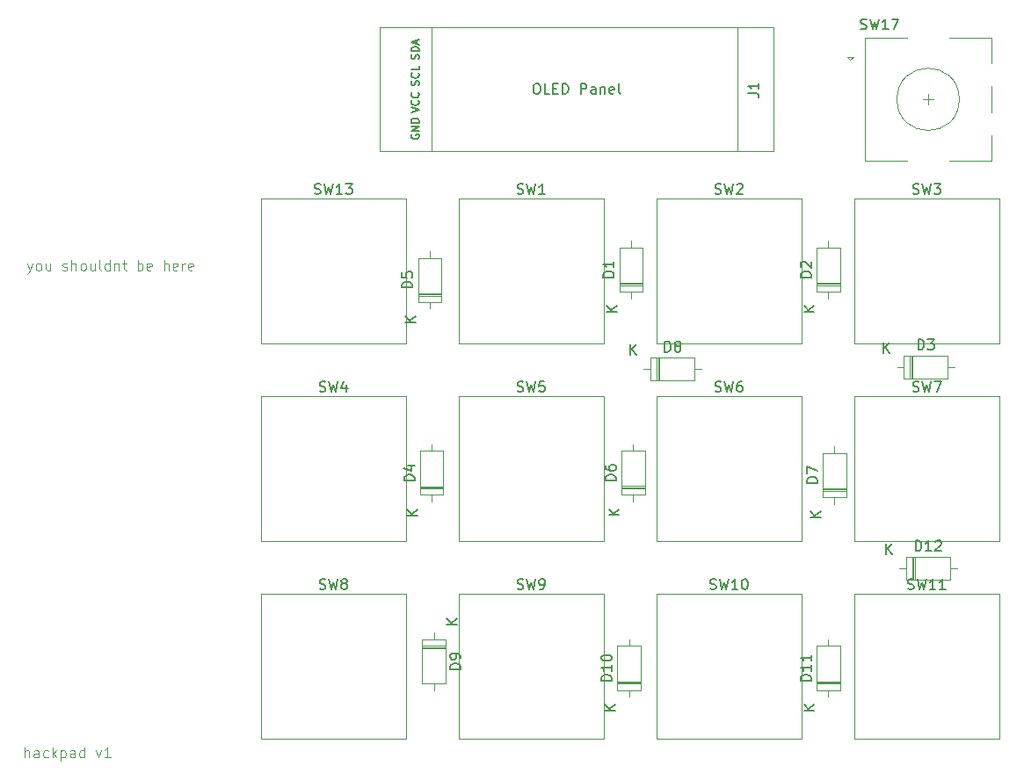
<source format=gbr>
%TF.GenerationSoftware,KiCad,Pcbnew,9.0.7*%
%TF.CreationDate,2026-01-31T21:14:52+02:00*%
%TF.ProjectId,Hackpad,4861636b-7061-4642-9e6b-696361645f70,rev?*%
%TF.SameCoordinates,Original*%
%TF.FileFunction,Legend,Top*%
%TF.FilePolarity,Positive*%
%FSLAX46Y46*%
G04 Gerber Fmt 4.6, Leading zero omitted, Abs format (unit mm)*
G04 Created by KiCad (PCBNEW 9.0.7) date 2026-01-31 21:14:52*
%MOMM*%
%LPD*%
G01*
G04 APERTURE LIST*
%ADD10C,0.100000*%
%ADD11C,0.150000*%
%ADD12C,0.120000*%
%ADD13C,0.040000*%
G04 APERTURE END LIST*
D10*
X56013884Y-104032419D02*
X56013884Y-103032419D01*
X56442455Y-104032419D02*
X56442455Y-103508609D01*
X56442455Y-103508609D02*
X56394836Y-103413371D01*
X56394836Y-103413371D02*
X56299598Y-103365752D01*
X56299598Y-103365752D02*
X56156741Y-103365752D01*
X56156741Y-103365752D02*
X56061503Y-103413371D01*
X56061503Y-103413371D02*
X56013884Y-103460990D01*
X57347217Y-104032419D02*
X57347217Y-103508609D01*
X57347217Y-103508609D02*
X57299598Y-103413371D01*
X57299598Y-103413371D02*
X57204360Y-103365752D01*
X57204360Y-103365752D02*
X57013884Y-103365752D01*
X57013884Y-103365752D02*
X56918646Y-103413371D01*
X57347217Y-103984800D02*
X57251979Y-104032419D01*
X57251979Y-104032419D02*
X57013884Y-104032419D01*
X57013884Y-104032419D02*
X56918646Y-103984800D01*
X56918646Y-103984800D02*
X56871027Y-103889561D01*
X56871027Y-103889561D02*
X56871027Y-103794323D01*
X56871027Y-103794323D02*
X56918646Y-103699085D01*
X56918646Y-103699085D02*
X57013884Y-103651466D01*
X57013884Y-103651466D02*
X57251979Y-103651466D01*
X57251979Y-103651466D02*
X57347217Y-103603847D01*
X58251979Y-103984800D02*
X58156741Y-104032419D01*
X58156741Y-104032419D02*
X57966265Y-104032419D01*
X57966265Y-104032419D02*
X57871027Y-103984800D01*
X57871027Y-103984800D02*
X57823408Y-103937180D01*
X57823408Y-103937180D02*
X57775789Y-103841942D01*
X57775789Y-103841942D02*
X57775789Y-103556228D01*
X57775789Y-103556228D02*
X57823408Y-103460990D01*
X57823408Y-103460990D02*
X57871027Y-103413371D01*
X57871027Y-103413371D02*
X57966265Y-103365752D01*
X57966265Y-103365752D02*
X58156741Y-103365752D01*
X58156741Y-103365752D02*
X58251979Y-103413371D01*
X58680551Y-104032419D02*
X58680551Y-103032419D01*
X58775789Y-103651466D02*
X59061503Y-104032419D01*
X59061503Y-103365752D02*
X58680551Y-103746704D01*
X59490075Y-103365752D02*
X59490075Y-104365752D01*
X59490075Y-103413371D02*
X59585313Y-103365752D01*
X59585313Y-103365752D02*
X59775789Y-103365752D01*
X59775789Y-103365752D02*
X59871027Y-103413371D01*
X59871027Y-103413371D02*
X59918646Y-103460990D01*
X59918646Y-103460990D02*
X59966265Y-103556228D01*
X59966265Y-103556228D02*
X59966265Y-103841942D01*
X59966265Y-103841942D02*
X59918646Y-103937180D01*
X59918646Y-103937180D02*
X59871027Y-103984800D01*
X59871027Y-103984800D02*
X59775789Y-104032419D01*
X59775789Y-104032419D02*
X59585313Y-104032419D01*
X59585313Y-104032419D02*
X59490075Y-103984800D01*
X60823408Y-104032419D02*
X60823408Y-103508609D01*
X60823408Y-103508609D02*
X60775789Y-103413371D01*
X60775789Y-103413371D02*
X60680551Y-103365752D01*
X60680551Y-103365752D02*
X60490075Y-103365752D01*
X60490075Y-103365752D02*
X60394837Y-103413371D01*
X60823408Y-103984800D02*
X60728170Y-104032419D01*
X60728170Y-104032419D02*
X60490075Y-104032419D01*
X60490075Y-104032419D02*
X60394837Y-103984800D01*
X60394837Y-103984800D02*
X60347218Y-103889561D01*
X60347218Y-103889561D02*
X60347218Y-103794323D01*
X60347218Y-103794323D02*
X60394837Y-103699085D01*
X60394837Y-103699085D02*
X60490075Y-103651466D01*
X60490075Y-103651466D02*
X60728170Y-103651466D01*
X60728170Y-103651466D02*
X60823408Y-103603847D01*
X61728170Y-104032419D02*
X61728170Y-103032419D01*
X61728170Y-103984800D02*
X61632932Y-104032419D01*
X61632932Y-104032419D02*
X61442456Y-104032419D01*
X61442456Y-104032419D02*
X61347218Y-103984800D01*
X61347218Y-103984800D02*
X61299599Y-103937180D01*
X61299599Y-103937180D02*
X61251980Y-103841942D01*
X61251980Y-103841942D02*
X61251980Y-103556228D01*
X61251980Y-103556228D02*
X61299599Y-103460990D01*
X61299599Y-103460990D02*
X61347218Y-103413371D01*
X61347218Y-103413371D02*
X61442456Y-103365752D01*
X61442456Y-103365752D02*
X61632932Y-103365752D01*
X61632932Y-103365752D02*
X61728170Y-103413371D01*
X62871028Y-103365752D02*
X63109123Y-104032419D01*
X63109123Y-104032419D02*
X63347218Y-103365752D01*
X64251980Y-104032419D02*
X63680552Y-104032419D01*
X63966266Y-104032419D02*
X63966266Y-103032419D01*
X63966266Y-103032419D02*
X63871028Y-103175276D01*
X63871028Y-103175276D02*
X63775790Y-103270514D01*
X63775790Y-103270514D02*
X63680552Y-103318133D01*
X56269998Y-56405752D02*
X56508093Y-57072419D01*
X56746188Y-56405752D02*
X56508093Y-57072419D01*
X56508093Y-57072419D02*
X56412855Y-57310514D01*
X56412855Y-57310514D02*
X56365236Y-57358133D01*
X56365236Y-57358133D02*
X56269998Y-57405752D01*
X57269998Y-57072419D02*
X57174760Y-57024800D01*
X57174760Y-57024800D02*
X57127141Y-56977180D01*
X57127141Y-56977180D02*
X57079522Y-56881942D01*
X57079522Y-56881942D02*
X57079522Y-56596228D01*
X57079522Y-56596228D02*
X57127141Y-56500990D01*
X57127141Y-56500990D02*
X57174760Y-56453371D01*
X57174760Y-56453371D02*
X57269998Y-56405752D01*
X57269998Y-56405752D02*
X57412855Y-56405752D01*
X57412855Y-56405752D02*
X57508093Y-56453371D01*
X57508093Y-56453371D02*
X57555712Y-56500990D01*
X57555712Y-56500990D02*
X57603331Y-56596228D01*
X57603331Y-56596228D02*
X57603331Y-56881942D01*
X57603331Y-56881942D02*
X57555712Y-56977180D01*
X57555712Y-56977180D02*
X57508093Y-57024800D01*
X57508093Y-57024800D02*
X57412855Y-57072419D01*
X57412855Y-57072419D02*
X57269998Y-57072419D01*
X58460474Y-56405752D02*
X58460474Y-57072419D01*
X58031903Y-56405752D02*
X58031903Y-56929561D01*
X58031903Y-56929561D02*
X58079522Y-57024800D01*
X58079522Y-57024800D02*
X58174760Y-57072419D01*
X58174760Y-57072419D02*
X58317617Y-57072419D01*
X58317617Y-57072419D02*
X58412855Y-57024800D01*
X58412855Y-57024800D02*
X58460474Y-56977180D01*
X59650951Y-57024800D02*
X59746189Y-57072419D01*
X59746189Y-57072419D02*
X59936665Y-57072419D01*
X59936665Y-57072419D02*
X60031903Y-57024800D01*
X60031903Y-57024800D02*
X60079522Y-56929561D01*
X60079522Y-56929561D02*
X60079522Y-56881942D01*
X60079522Y-56881942D02*
X60031903Y-56786704D01*
X60031903Y-56786704D02*
X59936665Y-56739085D01*
X59936665Y-56739085D02*
X59793808Y-56739085D01*
X59793808Y-56739085D02*
X59698570Y-56691466D01*
X59698570Y-56691466D02*
X59650951Y-56596228D01*
X59650951Y-56596228D02*
X59650951Y-56548609D01*
X59650951Y-56548609D02*
X59698570Y-56453371D01*
X59698570Y-56453371D02*
X59793808Y-56405752D01*
X59793808Y-56405752D02*
X59936665Y-56405752D01*
X59936665Y-56405752D02*
X60031903Y-56453371D01*
X60508094Y-57072419D02*
X60508094Y-56072419D01*
X60936665Y-57072419D02*
X60936665Y-56548609D01*
X60936665Y-56548609D02*
X60889046Y-56453371D01*
X60889046Y-56453371D02*
X60793808Y-56405752D01*
X60793808Y-56405752D02*
X60650951Y-56405752D01*
X60650951Y-56405752D02*
X60555713Y-56453371D01*
X60555713Y-56453371D02*
X60508094Y-56500990D01*
X61555713Y-57072419D02*
X61460475Y-57024800D01*
X61460475Y-57024800D02*
X61412856Y-56977180D01*
X61412856Y-56977180D02*
X61365237Y-56881942D01*
X61365237Y-56881942D02*
X61365237Y-56596228D01*
X61365237Y-56596228D02*
X61412856Y-56500990D01*
X61412856Y-56500990D02*
X61460475Y-56453371D01*
X61460475Y-56453371D02*
X61555713Y-56405752D01*
X61555713Y-56405752D02*
X61698570Y-56405752D01*
X61698570Y-56405752D02*
X61793808Y-56453371D01*
X61793808Y-56453371D02*
X61841427Y-56500990D01*
X61841427Y-56500990D02*
X61889046Y-56596228D01*
X61889046Y-56596228D02*
X61889046Y-56881942D01*
X61889046Y-56881942D02*
X61841427Y-56977180D01*
X61841427Y-56977180D02*
X61793808Y-57024800D01*
X61793808Y-57024800D02*
X61698570Y-57072419D01*
X61698570Y-57072419D02*
X61555713Y-57072419D01*
X62746189Y-56405752D02*
X62746189Y-57072419D01*
X62317618Y-56405752D02*
X62317618Y-56929561D01*
X62317618Y-56929561D02*
X62365237Y-57024800D01*
X62365237Y-57024800D02*
X62460475Y-57072419D01*
X62460475Y-57072419D02*
X62603332Y-57072419D01*
X62603332Y-57072419D02*
X62698570Y-57024800D01*
X62698570Y-57024800D02*
X62746189Y-56977180D01*
X63365237Y-57072419D02*
X63269999Y-57024800D01*
X63269999Y-57024800D02*
X63222380Y-56929561D01*
X63222380Y-56929561D02*
X63222380Y-56072419D01*
X64174761Y-57072419D02*
X64174761Y-56072419D01*
X64174761Y-57024800D02*
X64079523Y-57072419D01*
X64079523Y-57072419D02*
X63889047Y-57072419D01*
X63889047Y-57072419D02*
X63793809Y-57024800D01*
X63793809Y-57024800D02*
X63746190Y-56977180D01*
X63746190Y-56977180D02*
X63698571Y-56881942D01*
X63698571Y-56881942D02*
X63698571Y-56596228D01*
X63698571Y-56596228D02*
X63746190Y-56500990D01*
X63746190Y-56500990D02*
X63793809Y-56453371D01*
X63793809Y-56453371D02*
X63889047Y-56405752D01*
X63889047Y-56405752D02*
X64079523Y-56405752D01*
X64079523Y-56405752D02*
X64174761Y-56453371D01*
X64650952Y-56405752D02*
X64650952Y-57072419D01*
X64650952Y-56500990D02*
X64698571Y-56453371D01*
X64698571Y-56453371D02*
X64793809Y-56405752D01*
X64793809Y-56405752D02*
X64936666Y-56405752D01*
X64936666Y-56405752D02*
X65031904Y-56453371D01*
X65031904Y-56453371D02*
X65079523Y-56548609D01*
X65079523Y-56548609D02*
X65079523Y-57072419D01*
X65412857Y-56405752D02*
X65793809Y-56405752D01*
X65555714Y-56072419D02*
X65555714Y-56929561D01*
X65555714Y-56929561D02*
X65603333Y-57024800D01*
X65603333Y-57024800D02*
X65698571Y-57072419D01*
X65698571Y-57072419D02*
X65793809Y-57072419D01*
X66889048Y-57072419D02*
X66889048Y-56072419D01*
X66889048Y-56453371D02*
X66984286Y-56405752D01*
X66984286Y-56405752D02*
X67174762Y-56405752D01*
X67174762Y-56405752D02*
X67270000Y-56453371D01*
X67270000Y-56453371D02*
X67317619Y-56500990D01*
X67317619Y-56500990D02*
X67365238Y-56596228D01*
X67365238Y-56596228D02*
X67365238Y-56881942D01*
X67365238Y-56881942D02*
X67317619Y-56977180D01*
X67317619Y-56977180D02*
X67270000Y-57024800D01*
X67270000Y-57024800D02*
X67174762Y-57072419D01*
X67174762Y-57072419D02*
X66984286Y-57072419D01*
X66984286Y-57072419D02*
X66889048Y-57024800D01*
X68174762Y-57024800D02*
X68079524Y-57072419D01*
X68079524Y-57072419D02*
X67889048Y-57072419D01*
X67889048Y-57072419D02*
X67793810Y-57024800D01*
X67793810Y-57024800D02*
X67746191Y-56929561D01*
X67746191Y-56929561D02*
X67746191Y-56548609D01*
X67746191Y-56548609D02*
X67793810Y-56453371D01*
X67793810Y-56453371D02*
X67889048Y-56405752D01*
X67889048Y-56405752D02*
X68079524Y-56405752D01*
X68079524Y-56405752D02*
X68174762Y-56453371D01*
X68174762Y-56453371D02*
X68222381Y-56548609D01*
X68222381Y-56548609D02*
X68222381Y-56643847D01*
X68222381Y-56643847D02*
X67746191Y-56739085D01*
X69412858Y-57072419D02*
X69412858Y-56072419D01*
X69841429Y-57072419D02*
X69841429Y-56548609D01*
X69841429Y-56548609D02*
X69793810Y-56453371D01*
X69793810Y-56453371D02*
X69698572Y-56405752D01*
X69698572Y-56405752D02*
X69555715Y-56405752D01*
X69555715Y-56405752D02*
X69460477Y-56453371D01*
X69460477Y-56453371D02*
X69412858Y-56500990D01*
X70698572Y-57024800D02*
X70603334Y-57072419D01*
X70603334Y-57072419D02*
X70412858Y-57072419D01*
X70412858Y-57072419D02*
X70317620Y-57024800D01*
X70317620Y-57024800D02*
X70270001Y-56929561D01*
X70270001Y-56929561D02*
X70270001Y-56548609D01*
X70270001Y-56548609D02*
X70317620Y-56453371D01*
X70317620Y-56453371D02*
X70412858Y-56405752D01*
X70412858Y-56405752D02*
X70603334Y-56405752D01*
X70603334Y-56405752D02*
X70698572Y-56453371D01*
X70698572Y-56453371D02*
X70746191Y-56548609D01*
X70746191Y-56548609D02*
X70746191Y-56643847D01*
X70746191Y-56643847D02*
X70270001Y-56739085D01*
X71174763Y-57072419D02*
X71174763Y-56405752D01*
X71174763Y-56596228D02*
X71222382Y-56500990D01*
X71222382Y-56500990D02*
X71270001Y-56453371D01*
X71270001Y-56453371D02*
X71365239Y-56405752D01*
X71365239Y-56405752D02*
X71460477Y-56405752D01*
X72174763Y-57024800D02*
X72079525Y-57072419D01*
X72079525Y-57072419D02*
X71889049Y-57072419D01*
X71889049Y-57072419D02*
X71793811Y-57024800D01*
X71793811Y-57024800D02*
X71746192Y-56929561D01*
X71746192Y-56929561D02*
X71746192Y-56548609D01*
X71746192Y-56548609D02*
X71793811Y-56453371D01*
X71793811Y-56453371D02*
X71889049Y-56405752D01*
X71889049Y-56405752D02*
X72079525Y-56405752D01*
X72079525Y-56405752D02*
X72174763Y-56453371D01*
X72174763Y-56453371D02*
X72222382Y-56548609D01*
X72222382Y-56548609D02*
X72222382Y-56643847D01*
X72222382Y-56643847D02*
X71746192Y-56739085D01*
D11*
X131734819Y-96624285D02*
X130734819Y-96624285D01*
X130734819Y-96624285D02*
X130734819Y-96386190D01*
X130734819Y-96386190D02*
X130782438Y-96243333D01*
X130782438Y-96243333D02*
X130877676Y-96148095D01*
X130877676Y-96148095D02*
X130972914Y-96100476D01*
X130972914Y-96100476D02*
X131163390Y-96052857D01*
X131163390Y-96052857D02*
X131306247Y-96052857D01*
X131306247Y-96052857D02*
X131496723Y-96100476D01*
X131496723Y-96100476D02*
X131591961Y-96148095D01*
X131591961Y-96148095D02*
X131687200Y-96243333D01*
X131687200Y-96243333D02*
X131734819Y-96386190D01*
X131734819Y-96386190D02*
X131734819Y-96624285D01*
X131734819Y-95100476D02*
X131734819Y-95671904D01*
X131734819Y-95386190D02*
X130734819Y-95386190D01*
X130734819Y-95386190D02*
X130877676Y-95481428D01*
X130877676Y-95481428D02*
X130972914Y-95576666D01*
X130972914Y-95576666D02*
X131020533Y-95671904D01*
X131734819Y-94148095D02*
X131734819Y-94719523D01*
X131734819Y-94433809D02*
X130734819Y-94433809D01*
X130734819Y-94433809D02*
X130877676Y-94529047D01*
X130877676Y-94529047D02*
X130972914Y-94624285D01*
X130972914Y-94624285D02*
X131020533Y-94719523D01*
X132054819Y-99481904D02*
X131054819Y-99481904D01*
X132054819Y-98910476D02*
X131483390Y-99339047D01*
X131054819Y-98910476D02*
X131626247Y-99481904D01*
X103441667Y-87783200D02*
X103584524Y-87830819D01*
X103584524Y-87830819D02*
X103822619Y-87830819D01*
X103822619Y-87830819D02*
X103917857Y-87783200D01*
X103917857Y-87783200D02*
X103965476Y-87735580D01*
X103965476Y-87735580D02*
X104013095Y-87640342D01*
X104013095Y-87640342D02*
X104013095Y-87545104D01*
X104013095Y-87545104D02*
X103965476Y-87449866D01*
X103965476Y-87449866D02*
X103917857Y-87402247D01*
X103917857Y-87402247D02*
X103822619Y-87354628D01*
X103822619Y-87354628D02*
X103632143Y-87307009D01*
X103632143Y-87307009D02*
X103536905Y-87259390D01*
X103536905Y-87259390D02*
X103489286Y-87211771D01*
X103489286Y-87211771D02*
X103441667Y-87116533D01*
X103441667Y-87116533D02*
X103441667Y-87021295D01*
X103441667Y-87021295D02*
X103489286Y-86926057D01*
X103489286Y-86926057D02*
X103536905Y-86878438D01*
X103536905Y-86878438D02*
X103632143Y-86830819D01*
X103632143Y-86830819D02*
X103870238Y-86830819D01*
X103870238Y-86830819D02*
X104013095Y-86878438D01*
X104346429Y-86830819D02*
X104584524Y-87830819D01*
X104584524Y-87830819D02*
X104775000Y-87116533D01*
X104775000Y-87116533D02*
X104965476Y-87830819D01*
X104965476Y-87830819D02*
X105203572Y-86830819D01*
X105632143Y-87830819D02*
X105822619Y-87830819D01*
X105822619Y-87830819D02*
X105917857Y-87783200D01*
X105917857Y-87783200D02*
X105965476Y-87735580D01*
X105965476Y-87735580D02*
X106060714Y-87592723D01*
X106060714Y-87592723D02*
X106108333Y-87402247D01*
X106108333Y-87402247D02*
X106108333Y-87021295D01*
X106108333Y-87021295D02*
X106060714Y-86926057D01*
X106060714Y-86926057D02*
X106013095Y-86878438D01*
X106013095Y-86878438D02*
X105917857Y-86830819D01*
X105917857Y-86830819D02*
X105727381Y-86830819D01*
X105727381Y-86830819D02*
X105632143Y-86878438D01*
X105632143Y-86878438D02*
X105584524Y-86926057D01*
X105584524Y-86926057D02*
X105536905Y-87021295D01*
X105536905Y-87021295D02*
X105536905Y-87259390D01*
X105536905Y-87259390D02*
X105584524Y-87354628D01*
X105584524Y-87354628D02*
X105632143Y-87402247D01*
X105632143Y-87402247D02*
X105727381Y-87449866D01*
X105727381Y-87449866D02*
X105917857Y-87449866D01*
X105917857Y-87449866D02*
X106013095Y-87402247D01*
X106013095Y-87402247D02*
X106060714Y-87354628D01*
X106060714Y-87354628D02*
X106108333Y-87259390D01*
X112734819Y-57748094D02*
X111734819Y-57748094D01*
X111734819Y-57748094D02*
X111734819Y-57509999D01*
X111734819Y-57509999D02*
X111782438Y-57367142D01*
X111782438Y-57367142D02*
X111877676Y-57271904D01*
X111877676Y-57271904D02*
X111972914Y-57224285D01*
X111972914Y-57224285D02*
X112163390Y-57176666D01*
X112163390Y-57176666D02*
X112306247Y-57176666D01*
X112306247Y-57176666D02*
X112496723Y-57224285D01*
X112496723Y-57224285D02*
X112591961Y-57271904D01*
X112591961Y-57271904D02*
X112687200Y-57367142D01*
X112687200Y-57367142D02*
X112734819Y-57509999D01*
X112734819Y-57509999D02*
X112734819Y-57748094D01*
X112734819Y-56224285D02*
X112734819Y-56795713D01*
X112734819Y-56509999D02*
X111734819Y-56509999D01*
X111734819Y-56509999D02*
X111877676Y-56605237D01*
X111877676Y-56605237D02*
X111972914Y-56700475D01*
X111972914Y-56700475D02*
X112020533Y-56795713D01*
X113054819Y-61081904D02*
X112054819Y-61081904D01*
X113054819Y-60510476D02*
X112483390Y-60939047D01*
X112054819Y-60510476D02*
X112626247Y-61081904D01*
X141541667Y-49683200D02*
X141684524Y-49730819D01*
X141684524Y-49730819D02*
X141922619Y-49730819D01*
X141922619Y-49730819D02*
X142017857Y-49683200D01*
X142017857Y-49683200D02*
X142065476Y-49635580D01*
X142065476Y-49635580D02*
X142113095Y-49540342D01*
X142113095Y-49540342D02*
X142113095Y-49445104D01*
X142113095Y-49445104D02*
X142065476Y-49349866D01*
X142065476Y-49349866D02*
X142017857Y-49302247D01*
X142017857Y-49302247D02*
X141922619Y-49254628D01*
X141922619Y-49254628D02*
X141732143Y-49207009D01*
X141732143Y-49207009D02*
X141636905Y-49159390D01*
X141636905Y-49159390D02*
X141589286Y-49111771D01*
X141589286Y-49111771D02*
X141541667Y-49016533D01*
X141541667Y-49016533D02*
X141541667Y-48921295D01*
X141541667Y-48921295D02*
X141589286Y-48826057D01*
X141589286Y-48826057D02*
X141636905Y-48778438D01*
X141636905Y-48778438D02*
X141732143Y-48730819D01*
X141732143Y-48730819D02*
X141970238Y-48730819D01*
X141970238Y-48730819D02*
X142113095Y-48778438D01*
X142446429Y-48730819D02*
X142684524Y-49730819D01*
X142684524Y-49730819D02*
X142875000Y-49016533D01*
X142875000Y-49016533D02*
X143065476Y-49730819D01*
X143065476Y-49730819D02*
X143303572Y-48730819D01*
X143589286Y-48730819D02*
X144208333Y-48730819D01*
X144208333Y-48730819D02*
X143875000Y-49111771D01*
X143875000Y-49111771D02*
X144017857Y-49111771D01*
X144017857Y-49111771D02*
X144113095Y-49159390D01*
X144113095Y-49159390D02*
X144160714Y-49207009D01*
X144160714Y-49207009D02*
X144208333Y-49302247D01*
X144208333Y-49302247D02*
X144208333Y-49540342D01*
X144208333Y-49540342D02*
X144160714Y-49635580D01*
X144160714Y-49635580D02*
X144113095Y-49683200D01*
X144113095Y-49683200D02*
X144017857Y-49730819D01*
X144017857Y-49730819D02*
X143732143Y-49730819D01*
X143732143Y-49730819D02*
X143636905Y-49683200D01*
X143636905Y-49683200D02*
X143589286Y-49635580D01*
X93534819Y-77348094D02*
X92534819Y-77348094D01*
X92534819Y-77348094D02*
X92534819Y-77109999D01*
X92534819Y-77109999D02*
X92582438Y-76967142D01*
X92582438Y-76967142D02*
X92677676Y-76871904D01*
X92677676Y-76871904D02*
X92772914Y-76824285D01*
X92772914Y-76824285D02*
X92963390Y-76776666D01*
X92963390Y-76776666D02*
X93106247Y-76776666D01*
X93106247Y-76776666D02*
X93296723Y-76824285D01*
X93296723Y-76824285D02*
X93391961Y-76871904D01*
X93391961Y-76871904D02*
X93487200Y-76967142D01*
X93487200Y-76967142D02*
X93534819Y-77109999D01*
X93534819Y-77109999D02*
X93534819Y-77348094D01*
X92868152Y-75919523D02*
X93534819Y-75919523D01*
X92487200Y-76157618D02*
X93201485Y-76395713D01*
X93201485Y-76395713D02*
X93201485Y-75776666D01*
X93854819Y-80681904D02*
X92854819Y-80681904D01*
X93854819Y-80110476D02*
X93283390Y-80539047D01*
X92854819Y-80110476D02*
X93426247Y-80681904D01*
X131734819Y-57738094D02*
X130734819Y-57738094D01*
X130734819Y-57738094D02*
X130734819Y-57499999D01*
X130734819Y-57499999D02*
X130782438Y-57357142D01*
X130782438Y-57357142D02*
X130877676Y-57261904D01*
X130877676Y-57261904D02*
X130972914Y-57214285D01*
X130972914Y-57214285D02*
X131163390Y-57166666D01*
X131163390Y-57166666D02*
X131306247Y-57166666D01*
X131306247Y-57166666D02*
X131496723Y-57214285D01*
X131496723Y-57214285D02*
X131591961Y-57261904D01*
X131591961Y-57261904D02*
X131687200Y-57357142D01*
X131687200Y-57357142D02*
X131734819Y-57499999D01*
X131734819Y-57499999D02*
X131734819Y-57738094D01*
X130830057Y-56785713D02*
X130782438Y-56738094D01*
X130782438Y-56738094D02*
X130734819Y-56642856D01*
X130734819Y-56642856D02*
X130734819Y-56404761D01*
X130734819Y-56404761D02*
X130782438Y-56309523D01*
X130782438Y-56309523D02*
X130830057Y-56261904D01*
X130830057Y-56261904D02*
X130925295Y-56214285D01*
X130925295Y-56214285D02*
X131020533Y-56214285D01*
X131020533Y-56214285D02*
X131163390Y-56261904D01*
X131163390Y-56261904D02*
X131734819Y-56833332D01*
X131734819Y-56833332D02*
X131734819Y-56214285D01*
X132054819Y-61071904D02*
X131054819Y-61071904D01*
X132054819Y-60500476D02*
X131483390Y-60929047D01*
X131054819Y-60500476D02*
X131626247Y-61071904D01*
X83915476Y-49683200D02*
X84058333Y-49730819D01*
X84058333Y-49730819D02*
X84296428Y-49730819D01*
X84296428Y-49730819D02*
X84391666Y-49683200D01*
X84391666Y-49683200D02*
X84439285Y-49635580D01*
X84439285Y-49635580D02*
X84486904Y-49540342D01*
X84486904Y-49540342D02*
X84486904Y-49445104D01*
X84486904Y-49445104D02*
X84439285Y-49349866D01*
X84439285Y-49349866D02*
X84391666Y-49302247D01*
X84391666Y-49302247D02*
X84296428Y-49254628D01*
X84296428Y-49254628D02*
X84105952Y-49207009D01*
X84105952Y-49207009D02*
X84010714Y-49159390D01*
X84010714Y-49159390D02*
X83963095Y-49111771D01*
X83963095Y-49111771D02*
X83915476Y-49016533D01*
X83915476Y-49016533D02*
X83915476Y-48921295D01*
X83915476Y-48921295D02*
X83963095Y-48826057D01*
X83963095Y-48826057D02*
X84010714Y-48778438D01*
X84010714Y-48778438D02*
X84105952Y-48730819D01*
X84105952Y-48730819D02*
X84344047Y-48730819D01*
X84344047Y-48730819D02*
X84486904Y-48778438D01*
X84820238Y-48730819D02*
X85058333Y-49730819D01*
X85058333Y-49730819D02*
X85248809Y-49016533D01*
X85248809Y-49016533D02*
X85439285Y-49730819D01*
X85439285Y-49730819D02*
X85677381Y-48730819D01*
X86582142Y-49730819D02*
X86010714Y-49730819D01*
X86296428Y-49730819D02*
X86296428Y-48730819D01*
X86296428Y-48730819D02*
X86201190Y-48873676D01*
X86201190Y-48873676D02*
X86105952Y-48968914D01*
X86105952Y-48968914D02*
X86010714Y-49016533D01*
X86915476Y-48730819D02*
X87534523Y-48730819D01*
X87534523Y-48730819D02*
X87201190Y-49111771D01*
X87201190Y-49111771D02*
X87344047Y-49111771D01*
X87344047Y-49111771D02*
X87439285Y-49159390D01*
X87439285Y-49159390D02*
X87486904Y-49207009D01*
X87486904Y-49207009D02*
X87534523Y-49302247D01*
X87534523Y-49302247D02*
X87534523Y-49540342D01*
X87534523Y-49540342D02*
X87486904Y-49635580D01*
X87486904Y-49635580D02*
X87439285Y-49683200D01*
X87439285Y-49683200D02*
X87344047Y-49730819D01*
X87344047Y-49730819D02*
X87058333Y-49730819D01*
X87058333Y-49730819D02*
X86963095Y-49683200D01*
X86963095Y-49683200D02*
X86915476Y-49635580D01*
X112534819Y-96624285D02*
X111534819Y-96624285D01*
X111534819Y-96624285D02*
X111534819Y-96386190D01*
X111534819Y-96386190D02*
X111582438Y-96243333D01*
X111582438Y-96243333D02*
X111677676Y-96148095D01*
X111677676Y-96148095D02*
X111772914Y-96100476D01*
X111772914Y-96100476D02*
X111963390Y-96052857D01*
X111963390Y-96052857D02*
X112106247Y-96052857D01*
X112106247Y-96052857D02*
X112296723Y-96100476D01*
X112296723Y-96100476D02*
X112391961Y-96148095D01*
X112391961Y-96148095D02*
X112487200Y-96243333D01*
X112487200Y-96243333D02*
X112534819Y-96386190D01*
X112534819Y-96386190D02*
X112534819Y-96624285D01*
X112534819Y-95100476D02*
X112534819Y-95671904D01*
X112534819Y-95386190D02*
X111534819Y-95386190D01*
X111534819Y-95386190D02*
X111677676Y-95481428D01*
X111677676Y-95481428D02*
X111772914Y-95576666D01*
X111772914Y-95576666D02*
X111820533Y-95671904D01*
X111534819Y-94481428D02*
X111534819Y-94386190D01*
X111534819Y-94386190D02*
X111582438Y-94290952D01*
X111582438Y-94290952D02*
X111630057Y-94243333D01*
X111630057Y-94243333D02*
X111725295Y-94195714D01*
X111725295Y-94195714D02*
X111915771Y-94148095D01*
X111915771Y-94148095D02*
X112153866Y-94148095D01*
X112153866Y-94148095D02*
X112344342Y-94195714D01*
X112344342Y-94195714D02*
X112439580Y-94243333D01*
X112439580Y-94243333D02*
X112487200Y-94290952D01*
X112487200Y-94290952D02*
X112534819Y-94386190D01*
X112534819Y-94386190D02*
X112534819Y-94481428D01*
X112534819Y-94481428D02*
X112487200Y-94576666D01*
X112487200Y-94576666D02*
X112439580Y-94624285D01*
X112439580Y-94624285D02*
X112344342Y-94671904D01*
X112344342Y-94671904D02*
X112153866Y-94719523D01*
X112153866Y-94719523D02*
X111915771Y-94719523D01*
X111915771Y-94719523D02*
X111725295Y-94671904D01*
X111725295Y-94671904D02*
X111630057Y-94624285D01*
X111630057Y-94624285D02*
X111582438Y-94576666D01*
X111582438Y-94576666D02*
X111534819Y-94481428D01*
X112854819Y-99481904D02*
X111854819Y-99481904D01*
X112854819Y-98910476D02*
X112283390Y-99339047D01*
X111854819Y-98910476D02*
X112426247Y-99481904D01*
X112934819Y-77338094D02*
X111934819Y-77338094D01*
X111934819Y-77338094D02*
X111934819Y-77099999D01*
X111934819Y-77099999D02*
X111982438Y-76957142D01*
X111982438Y-76957142D02*
X112077676Y-76861904D01*
X112077676Y-76861904D02*
X112172914Y-76814285D01*
X112172914Y-76814285D02*
X112363390Y-76766666D01*
X112363390Y-76766666D02*
X112506247Y-76766666D01*
X112506247Y-76766666D02*
X112696723Y-76814285D01*
X112696723Y-76814285D02*
X112791961Y-76861904D01*
X112791961Y-76861904D02*
X112887200Y-76957142D01*
X112887200Y-76957142D02*
X112934819Y-77099999D01*
X112934819Y-77099999D02*
X112934819Y-77338094D01*
X111934819Y-75909523D02*
X111934819Y-76099999D01*
X111934819Y-76099999D02*
X111982438Y-76195237D01*
X111982438Y-76195237D02*
X112030057Y-76242856D01*
X112030057Y-76242856D02*
X112172914Y-76338094D01*
X112172914Y-76338094D02*
X112363390Y-76385713D01*
X112363390Y-76385713D02*
X112744342Y-76385713D01*
X112744342Y-76385713D02*
X112839580Y-76338094D01*
X112839580Y-76338094D02*
X112887200Y-76290475D01*
X112887200Y-76290475D02*
X112934819Y-76195237D01*
X112934819Y-76195237D02*
X112934819Y-76004761D01*
X112934819Y-76004761D02*
X112887200Y-75909523D01*
X112887200Y-75909523D02*
X112839580Y-75861904D01*
X112839580Y-75861904D02*
X112744342Y-75814285D01*
X112744342Y-75814285D02*
X112506247Y-75814285D01*
X112506247Y-75814285D02*
X112411009Y-75861904D01*
X112411009Y-75861904D02*
X112363390Y-75909523D01*
X112363390Y-75909523D02*
X112315771Y-76004761D01*
X112315771Y-76004761D02*
X112315771Y-76195237D01*
X112315771Y-76195237D02*
X112363390Y-76290475D01*
X112363390Y-76290475D02*
X112411009Y-76338094D01*
X112411009Y-76338094D02*
X112506247Y-76385713D01*
X113254819Y-80671904D02*
X112254819Y-80671904D01*
X113254819Y-80100476D02*
X112683390Y-80529047D01*
X112254819Y-80100476D02*
X112826247Y-80671904D01*
X103441667Y-68733200D02*
X103584524Y-68780819D01*
X103584524Y-68780819D02*
X103822619Y-68780819D01*
X103822619Y-68780819D02*
X103917857Y-68733200D01*
X103917857Y-68733200D02*
X103965476Y-68685580D01*
X103965476Y-68685580D02*
X104013095Y-68590342D01*
X104013095Y-68590342D02*
X104013095Y-68495104D01*
X104013095Y-68495104D02*
X103965476Y-68399866D01*
X103965476Y-68399866D02*
X103917857Y-68352247D01*
X103917857Y-68352247D02*
X103822619Y-68304628D01*
X103822619Y-68304628D02*
X103632143Y-68257009D01*
X103632143Y-68257009D02*
X103536905Y-68209390D01*
X103536905Y-68209390D02*
X103489286Y-68161771D01*
X103489286Y-68161771D02*
X103441667Y-68066533D01*
X103441667Y-68066533D02*
X103441667Y-67971295D01*
X103441667Y-67971295D02*
X103489286Y-67876057D01*
X103489286Y-67876057D02*
X103536905Y-67828438D01*
X103536905Y-67828438D02*
X103632143Y-67780819D01*
X103632143Y-67780819D02*
X103870238Y-67780819D01*
X103870238Y-67780819D02*
X104013095Y-67828438D01*
X104346429Y-67780819D02*
X104584524Y-68780819D01*
X104584524Y-68780819D02*
X104775000Y-68066533D01*
X104775000Y-68066533D02*
X104965476Y-68780819D01*
X104965476Y-68780819D02*
X105203572Y-67780819D01*
X106060714Y-67780819D02*
X105584524Y-67780819D01*
X105584524Y-67780819D02*
X105536905Y-68257009D01*
X105536905Y-68257009D02*
X105584524Y-68209390D01*
X105584524Y-68209390D02*
X105679762Y-68161771D01*
X105679762Y-68161771D02*
X105917857Y-68161771D01*
X105917857Y-68161771D02*
X106013095Y-68209390D01*
X106013095Y-68209390D02*
X106060714Y-68257009D01*
X106060714Y-68257009D02*
X106108333Y-68352247D01*
X106108333Y-68352247D02*
X106108333Y-68590342D01*
X106108333Y-68590342D02*
X106060714Y-68685580D01*
X106060714Y-68685580D02*
X106013095Y-68733200D01*
X106013095Y-68733200D02*
X105917857Y-68780819D01*
X105917857Y-68780819D02*
X105679762Y-68780819D01*
X105679762Y-68780819D02*
X105584524Y-68733200D01*
X105584524Y-68733200D02*
X105536905Y-68685580D01*
X97974819Y-95528094D02*
X96974819Y-95528094D01*
X96974819Y-95528094D02*
X96974819Y-95289999D01*
X96974819Y-95289999D02*
X97022438Y-95147142D01*
X97022438Y-95147142D02*
X97117676Y-95051904D01*
X97117676Y-95051904D02*
X97212914Y-95004285D01*
X97212914Y-95004285D02*
X97403390Y-94956666D01*
X97403390Y-94956666D02*
X97546247Y-94956666D01*
X97546247Y-94956666D02*
X97736723Y-95004285D01*
X97736723Y-95004285D02*
X97831961Y-95051904D01*
X97831961Y-95051904D02*
X97927200Y-95147142D01*
X97927200Y-95147142D02*
X97974819Y-95289999D01*
X97974819Y-95289999D02*
X97974819Y-95528094D01*
X97974819Y-94480475D02*
X97974819Y-94289999D01*
X97974819Y-94289999D02*
X97927200Y-94194761D01*
X97927200Y-94194761D02*
X97879580Y-94147142D01*
X97879580Y-94147142D02*
X97736723Y-94051904D01*
X97736723Y-94051904D02*
X97546247Y-94004285D01*
X97546247Y-94004285D02*
X97165295Y-94004285D01*
X97165295Y-94004285D02*
X97070057Y-94051904D01*
X97070057Y-94051904D02*
X97022438Y-94099523D01*
X97022438Y-94099523D02*
X96974819Y-94194761D01*
X96974819Y-94194761D02*
X96974819Y-94385237D01*
X96974819Y-94385237D02*
X97022438Y-94480475D01*
X97022438Y-94480475D02*
X97070057Y-94528094D01*
X97070057Y-94528094D02*
X97165295Y-94575713D01*
X97165295Y-94575713D02*
X97403390Y-94575713D01*
X97403390Y-94575713D02*
X97498628Y-94528094D01*
X97498628Y-94528094D02*
X97546247Y-94480475D01*
X97546247Y-94480475D02*
X97593866Y-94385237D01*
X97593866Y-94385237D02*
X97593866Y-94194761D01*
X97593866Y-94194761D02*
X97546247Y-94099523D01*
X97546247Y-94099523D02*
X97498628Y-94051904D01*
X97498628Y-94051904D02*
X97403390Y-94004285D01*
X97654819Y-91241904D02*
X96654819Y-91241904D01*
X97654819Y-90670476D02*
X97083390Y-91099047D01*
X96654819Y-90670476D02*
X97226247Y-91241904D01*
X122491667Y-49683200D02*
X122634524Y-49730819D01*
X122634524Y-49730819D02*
X122872619Y-49730819D01*
X122872619Y-49730819D02*
X122967857Y-49683200D01*
X122967857Y-49683200D02*
X123015476Y-49635580D01*
X123015476Y-49635580D02*
X123063095Y-49540342D01*
X123063095Y-49540342D02*
X123063095Y-49445104D01*
X123063095Y-49445104D02*
X123015476Y-49349866D01*
X123015476Y-49349866D02*
X122967857Y-49302247D01*
X122967857Y-49302247D02*
X122872619Y-49254628D01*
X122872619Y-49254628D02*
X122682143Y-49207009D01*
X122682143Y-49207009D02*
X122586905Y-49159390D01*
X122586905Y-49159390D02*
X122539286Y-49111771D01*
X122539286Y-49111771D02*
X122491667Y-49016533D01*
X122491667Y-49016533D02*
X122491667Y-48921295D01*
X122491667Y-48921295D02*
X122539286Y-48826057D01*
X122539286Y-48826057D02*
X122586905Y-48778438D01*
X122586905Y-48778438D02*
X122682143Y-48730819D01*
X122682143Y-48730819D02*
X122920238Y-48730819D01*
X122920238Y-48730819D02*
X123063095Y-48778438D01*
X123396429Y-48730819D02*
X123634524Y-49730819D01*
X123634524Y-49730819D02*
X123825000Y-49016533D01*
X123825000Y-49016533D02*
X124015476Y-49730819D01*
X124015476Y-49730819D02*
X124253572Y-48730819D01*
X124586905Y-48826057D02*
X124634524Y-48778438D01*
X124634524Y-48778438D02*
X124729762Y-48730819D01*
X124729762Y-48730819D02*
X124967857Y-48730819D01*
X124967857Y-48730819D02*
X125063095Y-48778438D01*
X125063095Y-48778438D02*
X125110714Y-48826057D01*
X125110714Y-48826057D02*
X125158333Y-48921295D01*
X125158333Y-48921295D02*
X125158333Y-49016533D01*
X125158333Y-49016533D02*
X125110714Y-49159390D01*
X125110714Y-49159390D02*
X124539286Y-49730819D01*
X124539286Y-49730819D02*
X125158333Y-49730819D01*
X122491667Y-68733200D02*
X122634524Y-68780819D01*
X122634524Y-68780819D02*
X122872619Y-68780819D01*
X122872619Y-68780819D02*
X122967857Y-68733200D01*
X122967857Y-68733200D02*
X123015476Y-68685580D01*
X123015476Y-68685580D02*
X123063095Y-68590342D01*
X123063095Y-68590342D02*
X123063095Y-68495104D01*
X123063095Y-68495104D02*
X123015476Y-68399866D01*
X123015476Y-68399866D02*
X122967857Y-68352247D01*
X122967857Y-68352247D02*
X122872619Y-68304628D01*
X122872619Y-68304628D02*
X122682143Y-68257009D01*
X122682143Y-68257009D02*
X122586905Y-68209390D01*
X122586905Y-68209390D02*
X122539286Y-68161771D01*
X122539286Y-68161771D02*
X122491667Y-68066533D01*
X122491667Y-68066533D02*
X122491667Y-67971295D01*
X122491667Y-67971295D02*
X122539286Y-67876057D01*
X122539286Y-67876057D02*
X122586905Y-67828438D01*
X122586905Y-67828438D02*
X122682143Y-67780819D01*
X122682143Y-67780819D02*
X122920238Y-67780819D01*
X122920238Y-67780819D02*
X123063095Y-67828438D01*
X123396429Y-67780819D02*
X123634524Y-68780819D01*
X123634524Y-68780819D02*
X123825000Y-68066533D01*
X123825000Y-68066533D02*
X124015476Y-68780819D01*
X124015476Y-68780819D02*
X124253572Y-67780819D01*
X125063095Y-67780819D02*
X124872619Y-67780819D01*
X124872619Y-67780819D02*
X124777381Y-67828438D01*
X124777381Y-67828438D02*
X124729762Y-67876057D01*
X124729762Y-67876057D02*
X124634524Y-68018914D01*
X124634524Y-68018914D02*
X124586905Y-68209390D01*
X124586905Y-68209390D02*
X124586905Y-68590342D01*
X124586905Y-68590342D02*
X124634524Y-68685580D01*
X124634524Y-68685580D02*
X124682143Y-68733200D01*
X124682143Y-68733200D02*
X124777381Y-68780819D01*
X124777381Y-68780819D02*
X124967857Y-68780819D01*
X124967857Y-68780819D02*
X125063095Y-68733200D01*
X125063095Y-68733200D02*
X125110714Y-68685580D01*
X125110714Y-68685580D02*
X125158333Y-68590342D01*
X125158333Y-68590342D02*
X125158333Y-68352247D01*
X125158333Y-68352247D02*
X125110714Y-68257009D01*
X125110714Y-68257009D02*
X125063095Y-68209390D01*
X125063095Y-68209390D02*
X124967857Y-68161771D01*
X124967857Y-68161771D02*
X124777381Y-68161771D01*
X124777381Y-68161771D02*
X124682143Y-68209390D01*
X124682143Y-68209390D02*
X124634524Y-68257009D01*
X124634524Y-68257009D02*
X124586905Y-68352247D01*
X132334819Y-77548094D02*
X131334819Y-77548094D01*
X131334819Y-77548094D02*
X131334819Y-77309999D01*
X131334819Y-77309999D02*
X131382438Y-77167142D01*
X131382438Y-77167142D02*
X131477676Y-77071904D01*
X131477676Y-77071904D02*
X131572914Y-77024285D01*
X131572914Y-77024285D02*
X131763390Y-76976666D01*
X131763390Y-76976666D02*
X131906247Y-76976666D01*
X131906247Y-76976666D02*
X132096723Y-77024285D01*
X132096723Y-77024285D02*
X132191961Y-77071904D01*
X132191961Y-77071904D02*
X132287200Y-77167142D01*
X132287200Y-77167142D02*
X132334819Y-77309999D01*
X132334819Y-77309999D02*
X132334819Y-77548094D01*
X131334819Y-76643332D02*
X131334819Y-75976666D01*
X131334819Y-75976666D02*
X132334819Y-76405237D01*
X132654819Y-80881904D02*
X131654819Y-80881904D01*
X132654819Y-80310476D02*
X132083390Y-80739047D01*
X131654819Y-80310476D02*
X132226247Y-80881904D01*
X84391667Y-87783200D02*
X84534524Y-87830819D01*
X84534524Y-87830819D02*
X84772619Y-87830819D01*
X84772619Y-87830819D02*
X84867857Y-87783200D01*
X84867857Y-87783200D02*
X84915476Y-87735580D01*
X84915476Y-87735580D02*
X84963095Y-87640342D01*
X84963095Y-87640342D02*
X84963095Y-87545104D01*
X84963095Y-87545104D02*
X84915476Y-87449866D01*
X84915476Y-87449866D02*
X84867857Y-87402247D01*
X84867857Y-87402247D02*
X84772619Y-87354628D01*
X84772619Y-87354628D02*
X84582143Y-87307009D01*
X84582143Y-87307009D02*
X84486905Y-87259390D01*
X84486905Y-87259390D02*
X84439286Y-87211771D01*
X84439286Y-87211771D02*
X84391667Y-87116533D01*
X84391667Y-87116533D02*
X84391667Y-87021295D01*
X84391667Y-87021295D02*
X84439286Y-86926057D01*
X84439286Y-86926057D02*
X84486905Y-86878438D01*
X84486905Y-86878438D02*
X84582143Y-86830819D01*
X84582143Y-86830819D02*
X84820238Y-86830819D01*
X84820238Y-86830819D02*
X84963095Y-86878438D01*
X85296429Y-86830819D02*
X85534524Y-87830819D01*
X85534524Y-87830819D02*
X85725000Y-87116533D01*
X85725000Y-87116533D02*
X85915476Y-87830819D01*
X85915476Y-87830819D02*
X86153572Y-86830819D01*
X86677381Y-87259390D02*
X86582143Y-87211771D01*
X86582143Y-87211771D02*
X86534524Y-87164152D01*
X86534524Y-87164152D02*
X86486905Y-87068914D01*
X86486905Y-87068914D02*
X86486905Y-87021295D01*
X86486905Y-87021295D02*
X86534524Y-86926057D01*
X86534524Y-86926057D02*
X86582143Y-86878438D01*
X86582143Y-86878438D02*
X86677381Y-86830819D01*
X86677381Y-86830819D02*
X86867857Y-86830819D01*
X86867857Y-86830819D02*
X86963095Y-86878438D01*
X86963095Y-86878438D02*
X87010714Y-86926057D01*
X87010714Y-86926057D02*
X87058333Y-87021295D01*
X87058333Y-87021295D02*
X87058333Y-87068914D01*
X87058333Y-87068914D02*
X87010714Y-87164152D01*
X87010714Y-87164152D02*
X86963095Y-87211771D01*
X86963095Y-87211771D02*
X86867857Y-87259390D01*
X86867857Y-87259390D02*
X86677381Y-87259390D01*
X86677381Y-87259390D02*
X86582143Y-87307009D01*
X86582143Y-87307009D02*
X86534524Y-87354628D01*
X86534524Y-87354628D02*
X86486905Y-87449866D01*
X86486905Y-87449866D02*
X86486905Y-87640342D01*
X86486905Y-87640342D02*
X86534524Y-87735580D01*
X86534524Y-87735580D02*
X86582143Y-87783200D01*
X86582143Y-87783200D02*
X86677381Y-87830819D01*
X86677381Y-87830819D02*
X86867857Y-87830819D01*
X86867857Y-87830819D02*
X86963095Y-87783200D01*
X86963095Y-87783200D02*
X87010714Y-87735580D01*
X87010714Y-87735580D02*
X87058333Y-87640342D01*
X87058333Y-87640342D02*
X87058333Y-87449866D01*
X87058333Y-87449866D02*
X87010714Y-87354628D01*
X87010714Y-87354628D02*
X86963095Y-87307009D01*
X86963095Y-87307009D02*
X86867857Y-87259390D01*
X141795714Y-84134819D02*
X141795714Y-83134819D01*
X141795714Y-83134819D02*
X142033809Y-83134819D01*
X142033809Y-83134819D02*
X142176666Y-83182438D01*
X142176666Y-83182438D02*
X142271904Y-83277676D01*
X142271904Y-83277676D02*
X142319523Y-83372914D01*
X142319523Y-83372914D02*
X142367142Y-83563390D01*
X142367142Y-83563390D02*
X142367142Y-83706247D01*
X142367142Y-83706247D02*
X142319523Y-83896723D01*
X142319523Y-83896723D02*
X142271904Y-83991961D01*
X142271904Y-83991961D02*
X142176666Y-84087200D01*
X142176666Y-84087200D02*
X142033809Y-84134819D01*
X142033809Y-84134819D02*
X141795714Y-84134819D01*
X143319523Y-84134819D02*
X142748095Y-84134819D01*
X143033809Y-84134819D02*
X143033809Y-83134819D01*
X143033809Y-83134819D02*
X142938571Y-83277676D01*
X142938571Y-83277676D02*
X142843333Y-83372914D01*
X142843333Y-83372914D02*
X142748095Y-83420533D01*
X143700476Y-83230057D02*
X143748095Y-83182438D01*
X143748095Y-83182438D02*
X143843333Y-83134819D01*
X143843333Y-83134819D02*
X144081428Y-83134819D01*
X144081428Y-83134819D02*
X144176666Y-83182438D01*
X144176666Y-83182438D02*
X144224285Y-83230057D01*
X144224285Y-83230057D02*
X144271904Y-83325295D01*
X144271904Y-83325295D02*
X144271904Y-83420533D01*
X144271904Y-83420533D02*
X144224285Y-83563390D01*
X144224285Y-83563390D02*
X143652857Y-84134819D01*
X143652857Y-84134819D02*
X144271904Y-84134819D01*
X138938095Y-84454819D02*
X138938095Y-83454819D01*
X139509523Y-84454819D02*
X139080952Y-83883390D01*
X139509523Y-83454819D02*
X138938095Y-84026247D01*
X125704819Y-40033333D02*
X126419104Y-40033333D01*
X126419104Y-40033333D02*
X126561961Y-40080952D01*
X126561961Y-40080952D02*
X126657200Y-40176190D01*
X126657200Y-40176190D02*
X126704819Y-40319047D01*
X126704819Y-40319047D02*
X126704819Y-40414285D01*
X126704819Y-39033333D02*
X126704819Y-39604761D01*
X126704819Y-39319047D02*
X125704819Y-39319047D01*
X125704819Y-39319047D02*
X125847676Y-39414285D01*
X125847676Y-39414285D02*
X125942914Y-39509523D01*
X125942914Y-39509523D02*
X125990533Y-39604761D01*
X93274878Y-43991428D02*
X93239164Y-44062857D01*
X93239164Y-44062857D02*
X93239164Y-44169999D01*
X93239164Y-44169999D02*
X93274878Y-44277142D01*
X93274878Y-44277142D02*
X93346307Y-44348571D01*
X93346307Y-44348571D02*
X93417735Y-44384285D01*
X93417735Y-44384285D02*
X93560592Y-44419999D01*
X93560592Y-44419999D02*
X93667735Y-44419999D01*
X93667735Y-44419999D02*
X93810592Y-44384285D01*
X93810592Y-44384285D02*
X93882021Y-44348571D01*
X93882021Y-44348571D02*
X93953450Y-44277142D01*
X93953450Y-44277142D02*
X93989164Y-44169999D01*
X93989164Y-44169999D02*
X93989164Y-44098571D01*
X93989164Y-44098571D02*
X93953450Y-43991428D01*
X93953450Y-43991428D02*
X93917735Y-43955714D01*
X93917735Y-43955714D02*
X93667735Y-43955714D01*
X93667735Y-43955714D02*
X93667735Y-44098571D01*
X93989164Y-43634285D02*
X93239164Y-43634285D01*
X93239164Y-43634285D02*
X93989164Y-43205714D01*
X93989164Y-43205714D02*
X93239164Y-43205714D01*
X93989164Y-42848571D02*
X93239164Y-42848571D01*
X93239164Y-42848571D02*
X93239164Y-42670000D01*
X93239164Y-42670000D02*
X93274878Y-42562857D01*
X93274878Y-42562857D02*
X93346307Y-42491428D01*
X93346307Y-42491428D02*
X93417735Y-42455714D01*
X93417735Y-42455714D02*
X93560592Y-42420000D01*
X93560592Y-42420000D02*
X93667735Y-42420000D01*
X93667735Y-42420000D02*
X93810592Y-42455714D01*
X93810592Y-42455714D02*
X93882021Y-42491428D01*
X93882021Y-42491428D02*
X93953450Y-42562857D01*
X93953450Y-42562857D02*
X93989164Y-42670000D01*
X93989164Y-42670000D02*
X93989164Y-42848571D01*
X105221428Y-39064819D02*
X105411904Y-39064819D01*
X105411904Y-39064819D02*
X105507142Y-39112438D01*
X105507142Y-39112438D02*
X105602380Y-39207676D01*
X105602380Y-39207676D02*
X105649999Y-39398152D01*
X105649999Y-39398152D02*
X105649999Y-39731485D01*
X105649999Y-39731485D02*
X105602380Y-39921961D01*
X105602380Y-39921961D02*
X105507142Y-40017200D01*
X105507142Y-40017200D02*
X105411904Y-40064819D01*
X105411904Y-40064819D02*
X105221428Y-40064819D01*
X105221428Y-40064819D02*
X105126190Y-40017200D01*
X105126190Y-40017200D02*
X105030952Y-39921961D01*
X105030952Y-39921961D02*
X104983333Y-39731485D01*
X104983333Y-39731485D02*
X104983333Y-39398152D01*
X104983333Y-39398152D02*
X105030952Y-39207676D01*
X105030952Y-39207676D02*
X105126190Y-39112438D01*
X105126190Y-39112438D02*
X105221428Y-39064819D01*
X106554761Y-40064819D02*
X106078571Y-40064819D01*
X106078571Y-40064819D02*
X106078571Y-39064819D01*
X106888095Y-39541009D02*
X107221428Y-39541009D01*
X107364285Y-40064819D02*
X106888095Y-40064819D01*
X106888095Y-40064819D02*
X106888095Y-39064819D01*
X106888095Y-39064819D02*
X107364285Y-39064819D01*
X107792857Y-40064819D02*
X107792857Y-39064819D01*
X107792857Y-39064819D02*
X108030952Y-39064819D01*
X108030952Y-39064819D02*
X108173809Y-39112438D01*
X108173809Y-39112438D02*
X108269047Y-39207676D01*
X108269047Y-39207676D02*
X108316666Y-39302914D01*
X108316666Y-39302914D02*
X108364285Y-39493390D01*
X108364285Y-39493390D02*
X108364285Y-39636247D01*
X108364285Y-39636247D02*
X108316666Y-39826723D01*
X108316666Y-39826723D02*
X108269047Y-39921961D01*
X108269047Y-39921961D02*
X108173809Y-40017200D01*
X108173809Y-40017200D02*
X108030952Y-40064819D01*
X108030952Y-40064819D02*
X107792857Y-40064819D01*
X109554762Y-40064819D02*
X109554762Y-39064819D01*
X109554762Y-39064819D02*
X109935714Y-39064819D01*
X109935714Y-39064819D02*
X110030952Y-39112438D01*
X110030952Y-39112438D02*
X110078571Y-39160057D01*
X110078571Y-39160057D02*
X110126190Y-39255295D01*
X110126190Y-39255295D02*
X110126190Y-39398152D01*
X110126190Y-39398152D02*
X110078571Y-39493390D01*
X110078571Y-39493390D02*
X110030952Y-39541009D01*
X110030952Y-39541009D02*
X109935714Y-39588628D01*
X109935714Y-39588628D02*
X109554762Y-39588628D01*
X110983333Y-40064819D02*
X110983333Y-39541009D01*
X110983333Y-39541009D02*
X110935714Y-39445771D01*
X110935714Y-39445771D02*
X110840476Y-39398152D01*
X110840476Y-39398152D02*
X110650000Y-39398152D01*
X110650000Y-39398152D02*
X110554762Y-39445771D01*
X110983333Y-40017200D02*
X110888095Y-40064819D01*
X110888095Y-40064819D02*
X110650000Y-40064819D01*
X110650000Y-40064819D02*
X110554762Y-40017200D01*
X110554762Y-40017200D02*
X110507143Y-39921961D01*
X110507143Y-39921961D02*
X110507143Y-39826723D01*
X110507143Y-39826723D02*
X110554762Y-39731485D01*
X110554762Y-39731485D02*
X110650000Y-39683866D01*
X110650000Y-39683866D02*
X110888095Y-39683866D01*
X110888095Y-39683866D02*
X110983333Y-39636247D01*
X111459524Y-39398152D02*
X111459524Y-40064819D01*
X111459524Y-39493390D02*
X111507143Y-39445771D01*
X111507143Y-39445771D02*
X111602381Y-39398152D01*
X111602381Y-39398152D02*
X111745238Y-39398152D01*
X111745238Y-39398152D02*
X111840476Y-39445771D01*
X111840476Y-39445771D02*
X111888095Y-39541009D01*
X111888095Y-39541009D02*
X111888095Y-40064819D01*
X112745238Y-40017200D02*
X112650000Y-40064819D01*
X112650000Y-40064819D02*
X112459524Y-40064819D01*
X112459524Y-40064819D02*
X112364286Y-40017200D01*
X112364286Y-40017200D02*
X112316667Y-39921961D01*
X112316667Y-39921961D02*
X112316667Y-39541009D01*
X112316667Y-39541009D02*
X112364286Y-39445771D01*
X112364286Y-39445771D02*
X112459524Y-39398152D01*
X112459524Y-39398152D02*
X112650000Y-39398152D01*
X112650000Y-39398152D02*
X112745238Y-39445771D01*
X112745238Y-39445771D02*
X112792857Y-39541009D01*
X112792857Y-39541009D02*
X112792857Y-39636247D01*
X112792857Y-39636247D02*
X112316667Y-39731485D01*
X113364286Y-40064819D02*
X113269048Y-40017200D01*
X113269048Y-40017200D02*
X113221429Y-39921961D01*
X113221429Y-39921961D02*
X113221429Y-39064819D01*
X93953450Y-39232856D02*
X93989164Y-39125714D01*
X93989164Y-39125714D02*
X93989164Y-38947142D01*
X93989164Y-38947142D02*
X93953450Y-38875714D01*
X93953450Y-38875714D02*
X93917735Y-38839999D01*
X93917735Y-38839999D02*
X93846307Y-38804285D01*
X93846307Y-38804285D02*
X93774878Y-38804285D01*
X93774878Y-38804285D02*
X93703450Y-38839999D01*
X93703450Y-38839999D02*
X93667735Y-38875714D01*
X93667735Y-38875714D02*
X93632021Y-38947142D01*
X93632021Y-38947142D02*
X93596307Y-39089999D01*
X93596307Y-39089999D02*
X93560592Y-39161428D01*
X93560592Y-39161428D02*
X93524878Y-39197142D01*
X93524878Y-39197142D02*
X93453450Y-39232856D01*
X93453450Y-39232856D02*
X93382021Y-39232856D01*
X93382021Y-39232856D02*
X93310592Y-39197142D01*
X93310592Y-39197142D02*
X93274878Y-39161428D01*
X93274878Y-39161428D02*
X93239164Y-39089999D01*
X93239164Y-39089999D02*
X93239164Y-38911428D01*
X93239164Y-38911428D02*
X93274878Y-38804285D01*
X93917735Y-38054285D02*
X93953450Y-38089999D01*
X93953450Y-38089999D02*
X93989164Y-38197142D01*
X93989164Y-38197142D02*
X93989164Y-38268570D01*
X93989164Y-38268570D02*
X93953450Y-38375713D01*
X93953450Y-38375713D02*
X93882021Y-38447142D01*
X93882021Y-38447142D02*
X93810592Y-38482856D01*
X93810592Y-38482856D02*
X93667735Y-38518570D01*
X93667735Y-38518570D02*
X93560592Y-38518570D01*
X93560592Y-38518570D02*
X93417735Y-38482856D01*
X93417735Y-38482856D02*
X93346307Y-38447142D01*
X93346307Y-38447142D02*
X93274878Y-38375713D01*
X93274878Y-38375713D02*
X93239164Y-38268570D01*
X93239164Y-38268570D02*
X93239164Y-38197142D01*
X93239164Y-38197142D02*
X93274878Y-38089999D01*
X93274878Y-38089999D02*
X93310592Y-38054285D01*
X93989164Y-37375713D02*
X93989164Y-37732856D01*
X93989164Y-37732856D02*
X93239164Y-37732856D01*
X93239164Y-41879999D02*
X93989164Y-41629999D01*
X93989164Y-41629999D02*
X93239164Y-41379999D01*
X93917735Y-40701428D02*
X93953450Y-40737142D01*
X93953450Y-40737142D02*
X93989164Y-40844285D01*
X93989164Y-40844285D02*
X93989164Y-40915713D01*
X93989164Y-40915713D02*
X93953450Y-41022856D01*
X93953450Y-41022856D02*
X93882021Y-41094285D01*
X93882021Y-41094285D02*
X93810592Y-41129999D01*
X93810592Y-41129999D02*
X93667735Y-41165713D01*
X93667735Y-41165713D02*
X93560592Y-41165713D01*
X93560592Y-41165713D02*
X93417735Y-41129999D01*
X93417735Y-41129999D02*
X93346307Y-41094285D01*
X93346307Y-41094285D02*
X93274878Y-41022856D01*
X93274878Y-41022856D02*
X93239164Y-40915713D01*
X93239164Y-40915713D02*
X93239164Y-40844285D01*
X93239164Y-40844285D02*
X93274878Y-40737142D01*
X93274878Y-40737142D02*
X93310592Y-40701428D01*
X93917735Y-39951428D02*
X93953450Y-39987142D01*
X93953450Y-39987142D02*
X93989164Y-40094285D01*
X93989164Y-40094285D02*
X93989164Y-40165713D01*
X93989164Y-40165713D02*
X93953450Y-40272856D01*
X93953450Y-40272856D02*
X93882021Y-40344285D01*
X93882021Y-40344285D02*
X93810592Y-40379999D01*
X93810592Y-40379999D02*
X93667735Y-40415713D01*
X93667735Y-40415713D02*
X93560592Y-40415713D01*
X93560592Y-40415713D02*
X93417735Y-40379999D01*
X93417735Y-40379999D02*
X93346307Y-40344285D01*
X93346307Y-40344285D02*
X93274878Y-40272856D01*
X93274878Y-40272856D02*
X93239164Y-40165713D01*
X93239164Y-40165713D02*
X93239164Y-40094285D01*
X93239164Y-40094285D02*
X93274878Y-39987142D01*
X93274878Y-39987142D02*
X93310592Y-39951428D01*
X93953450Y-36710713D02*
X93989164Y-36603571D01*
X93989164Y-36603571D02*
X93989164Y-36424999D01*
X93989164Y-36424999D02*
X93953450Y-36353571D01*
X93953450Y-36353571D02*
X93917735Y-36317856D01*
X93917735Y-36317856D02*
X93846307Y-36282142D01*
X93846307Y-36282142D02*
X93774878Y-36282142D01*
X93774878Y-36282142D02*
X93703450Y-36317856D01*
X93703450Y-36317856D02*
X93667735Y-36353571D01*
X93667735Y-36353571D02*
X93632021Y-36424999D01*
X93632021Y-36424999D02*
X93596307Y-36567856D01*
X93596307Y-36567856D02*
X93560592Y-36639285D01*
X93560592Y-36639285D02*
X93524878Y-36674999D01*
X93524878Y-36674999D02*
X93453450Y-36710713D01*
X93453450Y-36710713D02*
X93382021Y-36710713D01*
X93382021Y-36710713D02*
X93310592Y-36674999D01*
X93310592Y-36674999D02*
X93274878Y-36639285D01*
X93274878Y-36639285D02*
X93239164Y-36567856D01*
X93239164Y-36567856D02*
X93239164Y-36389285D01*
X93239164Y-36389285D02*
X93274878Y-36282142D01*
X93989164Y-35960713D02*
X93239164Y-35960713D01*
X93239164Y-35960713D02*
X93239164Y-35782142D01*
X93239164Y-35782142D02*
X93274878Y-35674999D01*
X93274878Y-35674999D02*
X93346307Y-35603570D01*
X93346307Y-35603570D02*
X93417735Y-35567856D01*
X93417735Y-35567856D02*
X93560592Y-35532142D01*
X93560592Y-35532142D02*
X93667735Y-35532142D01*
X93667735Y-35532142D02*
X93810592Y-35567856D01*
X93810592Y-35567856D02*
X93882021Y-35603570D01*
X93882021Y-35603570D02*
X93953450Y-35674999D01*
X93953450Y-35674999D02*
X93989164Y-35782142D01*
X93989164Y-35782142D02*
X93989164Y-35960713D01*
X93774878Y-35246427D02*
X93774878Y-34889285D01*
X93989164Y-35317856D02*
X93239164Y-35067856D01*
X93239164Y-35067856D02*
X93989164Y-34817856D01*
X141065476Y-87783200D02*
X141208333Y-87830819D01*
X141208333Y-87830819D02*
X141446428Y-87830819D01*
X141446428Y-87830819D02*
X141541666Y-87783200D01*
X141541666Y-87783200D02*
X141589285Y-87735580D01*
X141589285Y-87735580D02*
X141636904Y-87640342D01*
X141636904Y-87640342D02*
X141636904Y-87545104D01*
X141636904Y-87545104D02*
X141589285Y-87449866D01*
X141589285Y-87449866D02*
X141541666Y-87402247D01*
X141541666Y-87402247D02*
X141446428Y-87354628D01*
X141446428Y-87354628D02*
X141255952Y-87307009D01*
X141255952Y-87307009D02*
X141160714Y-87259390D01*
X141160714Y-87259390D02*
X141113095Y-87211771D01*
X141113095Y-87211771D02*
X141065476Y-87116533D01*
X141065476Y-87116533D02*
X141065476Y-87021295D01*
X141065476Y-87021295D02*
X141113095Y-86926057D01*
X141113095Y-86926057D02*
X141160714Y-86878438D01*
X141160714Y-86878438D02*
X141255952Y-86830819D01*
X141255952Y-86830819D02*
X141494047Y-86830819D01*
X141494047Y-86830819D02*
X141636904Y-86878438D01*
X141970238Y-86830819D02*
X142208333Y-87830819D01*
X142208333Y-87830819D02*
X142398809Y-87116533D01*
X142398809Y-87116533D02*
X142589285Y-87830819D01*
X142589285Y-87830819D02*
X142827381Y-86830819D01*
X143732142Y-87830819D02*
X143160714Y-87830819D01*
X143446428Y-87830819D02*
X143446428Y-86830819D01*
X143446428Y-86830819D02*
X143351190Y-86973676D01*
X143351190Y-86973676D02*
X143255952Y-87068914D01*
X143255952Y-87068914D02*
X143160714Y-87116533D01*
X144684523Y-87830819D02*
X144113095Y-87830819D01*
X144398809Y-87830819D02*
X144398809Y-86830819D01*
X144398809Y-86830819D02*
X144303571Y-86973676D01*
X144303571Y-86973676D02*
X144208333Y-87068914D01*
X144208333Y-87068914D02*
X144113095Y-87116533D01*
X117661905Y-64934819D02*
X117661905Y-63934819D01*
X117661905Y-63934819D02*
X117900000Y-63934819D01*
X117900000Y-63934819D02*
X118042857Y-63982438D01*
X118042857Y-63982438D02*
X118138095Y-64077676D01*
X118138095Y-64077676D02*
X118185714Y-64172914D01*
X118185714Y-64172914D02*
X118233333Y-64363390D01*
X118233333Y-64363390D02*
X118233333Y-64506247D01*
X118233333Y-64506247D02*
X118185714Y-64696723D01*
X118185714Y-64696723D02*
X118138095Y-64791961D01*
X118138095Y-64791961D02*
X118042857Y-64887200D01*
X118042857Y-64887200D02*
X117900000Y-64934819D01*
X117900000Y-64934819D02*
X117661905Y-64934819D01*
X118804762Y-64363390D02*
X118709524Y-64315771D01*
X118709524Y-64315771D02*
X118661905Y-64268152D01*
X118661905Y-64268152D02*
X118614286Y-64172914D01*
X118614286Y-64172914D02*
X118614286Y-64125295D01*
X118614286Y-64125295D02*
X118661905Y-64030057D01*
X118661905Y-64030057D02*
X118709524Y-63982438D01*
X118709524Y-63982438D02*
X118804762Y-63934819D01*
X118804762Y-63934819D02*
X118995238Y-63934819D01*
X118995238Y-63934819D02*
X119090476Y-63982438D01*
X119090476Y-63982438D02*
X119138095Y-64030057D01*
X119138095Y-64030057D02*
X119185714Y-64125295D01*
X119185714Y-64125295D02*
X119185714Y-64172914D01*
X119185714Y-64172914D02*
X119138095Y-64268152D01*
X119138095Y-64268152D02*
X119090476Y-64315771D01*
X119090476Y-64315771D02*
X118995238Y-64363390D01*
X118995238Y-64363390D02*
X118804762Y-64363390D01*
X118804762Y-64363390D02*
X118709524Y-64411009D01*
X118709524Y-64411009D02*
X118661905Y-64458628D01*
X118661905Y-64458628D02*
X118614286Y-64553866D01*
X118614286Y-64553866D02*
X118614286Y-64744342D01*
X118614286Y-64744342D02*
X118661905Y-64839580D01*
X118661905Y-64839580D02*
X118709524Y-64887200D01*
X118709524Y-64887200D02*
X118804762Y-64934819D01*
X118804762Y-64934819D02*
X118995238Y-64934819D01*
X118995238Y-64934819D02*
X119090476Y-64887200D01*
X119090476Y-64887200D02*
X119138095Y-64839580D01*
X119138095Y-64839580D02*
X119185714Y-64744342D01*
X119185714Y-64744342D02*
X119185714Y-64553866D01*
X119185714Y-64553866D02*
X119138095Y-64458628D01*
X119138095Y-64458628D02*
X119090476Y-64411009D01*
X119090476Y-64411009D02*
X118995238Y-64363390D01*
X114328095Y-65254819D02*
X114328095Y-64254819D01*
X114899523Y-65254819D02*
X114470952Y-64683390D01*
X114899523Y-64254819D02*
X114328095Y-64826247D01*
X93334819Y-58738094D02*
X92334819Y-58738094D01*
X92334819Y-58738094D02*
X92334819Y-58499999D01*
X92334819Y-58499999D02*
X92382438Y-58357142D01*
X92382438Y-58357142D02*
X92477676Y-58261904D01*
X92477676Y-58261904D02*
X92572914Y-58214285D01*
X92572914Y-58214285D02*
X92763390Y-58166666D01*
X92763390Y-58166666D02*
X92906247Y-58166666D01*
X92906247Y-58166666D02*
X93096723Y-58214285D01*
X93096723Y-58214285D02*
X93191961Y-58261904D01*
X93191961Y-58261904D02*
X93287200Y-58357142D01*
X93287200Y-58357142D02*
X93334819Y-58499999D01*
X93334819Y-58499999D02*
X93334819Y-58738094D01*
X92334819Y-57261904D02*
X92334819Y-57738094D01*
X92334819Y-57738094D02*
X92811009Y-57785713D01*
X92811009Y-57785713D02*
X92763390Y-57738094D01*
X92763390Y-57738094D02*
X92715771Y-57642856D01*
X92715771Y-57642856D02*
X92715771Y-57404761D01*
X92715771Y-57404761D02*
X92763390Y-57309523D01*
X92763390Y-57309523D02*
X92811009Y-57261904D01*
X92811009Y-57261904D02*
X92906247Y-57214285D01*
X92906247Y-57214285D02*
X93144342Y-57214285D01*
X93144342Y-57214285D02*
X93239580Y-57261904D01*
X93239580Y-57261904D02*
X93287200Y-57309523D01*
X93287200Y-57309523D02*
X93334819Y-57404761D01*
X93334819Y-57404761D02*
X93334819Y-57642856D01*
X93334819Y-57642856D02*
X93287200Y-57738094D01*
X93287200Y-57738094D02*
X93239580Y-57785713D01*
X93654819Y-62071904D02*
X92654819Y-62071904D01*
X93654819Y-61500476D02*
X93083390Y-61929047D01*
X92654819Y-61500476D02*
X93226247Y-62071904D01*
X142051905Y-64734819D02*
X142051905Y-63734819D01*
X142051905Y-63734819D02*
X142290000Y-63734819D01*
X142290000Y-63734819D02*
X142432857Y-63782438D01*
X142432857Y-63782438D02*
X142528095Y-63877676D01*
X142528095Y-63877676D02*
X142575714Y-63972914D01*
X142575714Y-63972914D02*
X142623333Y-64163390D01*
X142623333Y-64163390D02*
X142623333Y-64306247D01*
X142623333Y-64306247D02*
X142575714Y-64496723D01*
X142575714Y-64496723D02*
X142528095Y-64591961D01*
X142528095Y-64591961D02*
X142432857Y-64687200D01*
X142432857Y-64687200D02*
X142290000Y-64734819D01*
X142290000Y-64734819D02*
X142051905Y-64734819D01*
X142956667Y-63734819D02*
X143575714Y-63734819D01*
X143575714Y-63734819D02*
X143242381Y-64115771D01*
X143242381Y-64115771D02*
X143385238Y-64115771D01*
X143385238Y-64115771D02*
X143480476Y-64163390D01*
X143480476Y-64163390D02*
X143528095Y-64211009D01*
X143528095Y-64211009D02*
X143575714Y-64306247D01*
X143575714Y-64306247D02*
X143575714Y-64544342D01*
X143575714Y-64544342D02*
X143528095Y-64639580D01*
X143528095Y-64639580D02*
X143480476Y-64687200D01*
X143480476Y-64687200D02*
X143385238Y-64734819D01*
X143385238Y-64734819D02*
X143099524Y-64734819D01*
X143099524Y-64734819D02*
X143004286Y-64687200D01*
X143004286Y-64687200D02*
X142956667Y-64639580D01*
X138718095Y-65054819D02*
X138718095Y-64054819D01*
X139289523Y-65054819D02*
X138860952Y-64483390D01*
X139289523Y-64054819D02*
X138718095Y-64626247D01*
X84391667Y-68733200D02*
X84534524Y-68780819D01*
X84534524Y-68780819D02*
X84772619Y-68780819D01*
X84772619Y-68780819D02*
X84867857Y-68733200D01*
X84867857Y-68733200D02*
X84915476Y-68685580D01*
X84915476Y-68685580D02*
X84963095Y-68590342D01*
X84963095Y-68590342D02*
X84963095Y-68495104D01*
X84963095Y-68495104D02*
X84915476Y-68399866D01*
X84915476Y-68399866D02*
X84867857Y-68352247D01*
X84867857Y-68352247D02*
X84772619Y-68304628D01*
X84772619Y-68304628D02*
X84582143Y-68257009D01*
X84582143Y-68257009D02*
X84486905Y-68209390D01*
X84486905Y-68209390D02*
X84439286Y-68161771D01*
X84439286Y-68161771D02*
X84391667Y-68066533D01*
X84391667Y-68066533D02*
X84391667Y-67971295D01*
X84391667Y-67971295D02*
X84439286Y-67876057D01*
X84439286Y-67876057D02*
X84486905Y-67828438D01*
X84486905Y-67828438D02*
X84582143Y-67780819D01*
X84582143Y-67780819D02*
X84820238Y-67780819D01*
X84820238Y-67780819D02*
X84963095Y-67828438D01*
X85296429Y-67780819D02*
X85534524Y-68780819D01*
X85534524Y-68780819D02*
X85725000Y-68066533D01*
X85725000Y-68066533D02*
X85915476Y-68780819D01*
X85915476Y-68780819D02*
X86153572Y-67780819D01*
X86963095Y-68114152D02*
X86963095Y-68780819D01*
X86725000Y-67733200D02*
X86486905Y-68447485D01*
X86486905Y-68447485D02*
X87105952Y-68447485D01*
X122015476Y-87783200D02*
X122158333Y-87830819D01*
X122158333Y-87830819D02*
X122396428Y-87830819D01*
X122396428Y-87830819D02*
X122491666Y-87783200D01*
X122491666Y-87783200D02*
X122539285Y-87735580D01*
X122539285Y-87735580D02*
X122586904Y-87640342D01*
X122586904Y-87640342D02*
X122586904Y-87545104D01*
X122586904Y-87545104D02*
X122539285Y-87449866D01*
X122539285Y-87449866D02*
X122491666Y-87402247D01*
X122491666Y-87402247D02*
X122396428Y-87354628D01*
X122396428Y-87354628D02*
X122205952Y-87307009D01*
X122205952Y-87307009D02*
X122110714Y-87259390D01*
X122110714Y-87259390D02*
X122063095Y-87211771D01*
X122063095Y-87211771D02*
X122015476Y-87116533D01*
X122015476Y-87116533D02*
X122015476Y-87021295D01*
X122015476Y-87021295D02*
X122063095Y-86926057D01*
X122063095Y-86926057D02*
X122110714Y-86878438D01*
X122110714Y-86878438D02*
X122205952Y-86830819D01*
X122205952Y-86830819D02*
X122444047Y-86830819D01*
X122444047Y-86830819D02*
X122586904Y-86878438D01*
X122920238Y-86830819D02*
X123158333Y-87830819D01*
X123158333Y-87830819D02*
X123348809Y-87116533D01*
X123348809Y-87116533D02*
X123539285Y-87830819D01*
X123539285Y-87830819D02*
X123777381Y-86830819D01*
X124682142Y-87830819D02*
X124110714Y-87830819D01*
X124396428Y-87830819D02*
X124396428Y-86830819D01*
X124396428Y-86830819D02*
X124301190Y-86973676D01*
X124301190Y-86973676D02*
X124205952Y-87068914D01*
X124205952Y-87068914D02*
X124110714Y-87116533D01*
X125301190Y-86830819D02*
X125396428Y-86830819D01*
X125396428Y-86830819D02*
X125491666Y-86878438D01*
X125491666Y-86878438D02*
X125539285Y-86926057D01*
X125539285Y-86926057D02*
X125586904Y-87021295D01*
X125586904Y-87021295D02*
X125634523Y-87211771D01*
X125634523Y-87211771D02*
X125634523Y-87449866D01*
X125634523Y-87449866D02*
X125586904Y-87640342D01*
X125586904Y-87640342D02*
X125539285Y-87735580D01*
X125539285Y-87735580D02*
X125491666Y-87783200D01*
X125491666Y-87783200D02*
X125396428Y-87830819D01*
X125396428Y-87830819D02*
X125301190Y-87830819D01*
X125301190Y-87830819D02*
X125205952Y-87783200D01*
X125205952Y-87783200D02*
X125158333Y-87735580D01*
X125158333Y-87735580D02*
X125110714Y-87640342D01*
X125110714Y-87640342D02*
X125063095Y-87449866D01*
X125063095Y-87449866D02*
X125063095Y-87211771D01*
X125063095Y-87211771D02*
X125110714Y-87021295D01*
X125110714Y-87021295D02*
X125158333Y-86926057D01*
X125158333Y-86926057D02*
X125205952Y-86878438D01*
X125205952Y-86878438D02*
X125301190Y-86830819D01*
X136509226Y-33807200D02*
X136652083Y-33854819D01*
X136652083Y-33854819D02*
X136890178Y-33854819D01*
X136890178Y-33854819D02*
X136985416Y-33807200D01*
X136985416Y-33807200D02*
X137033035Y-33759580D01*
X137033035Y-33759580D02*
X137080654Y-33664342D01*
X137080654Y-33664342D02*
X137080654Y-33569104D01*
X137080654Y-33569104D02*
X137033035Y-33473866D01*
X137033035Y-33473866D02*
X136985416Y-33426247D01*
X136985416Y-33426247D02*
X136890178Y-33378628D01*
X136890178Y-33378628D02*
X136699702Y-33331009D01*
X136699702Y-33331009D02*
X136604464Y-33283390D01*
X136604464Y-33283390D02*
X136556845Y-33235771D01*
X136556845Y-33235771D02*
X136509226Y-33140533D01*
X136509226Y-33140533D02*
X136509226Y-33045295D01*
X136509226Y-33045295D02*
X136556845Y-32950057D01*
X136556845Y-32950057D02*
X136604464Y-32902438D01*
X136604464Y-32902438D02*
X136699702Y-32854819D01*
X136699702Y-32854819D02*
X136937797Y-32854819D01*
X136937797Y-32854819D02*
X137080654Y-32902438D01*
X137413988Y-32854819D02*
X137652083Y-33854819D01*
X137652083Y-33854819D02*
X137842559Y-33140533D01*
X137842559Y-33140533D02*
X138033035Y-33854819D01*
X138033035Y-33854819D02*
X138271131Y-32854819D01*
X139175892Y-33854819D02*
X138604464Y-33854819D01*
X138890178Y-33854819D02*
X138890178Y-32854819D01*
X138890178Y-32854819D02*
X138794940Y-32997676D01*
X138794940Y-32997676D02*
X138699702Y-33092914D01*
X138699702Y-33092914D02*
X138604464Y-33140533D01*
X139509226Y-32854819D02*
X140175892Y-32854819D01*
X140175892Y-32854819D02*
X139747321Y-33854819D01*
X141541667Y-68733200D02*
X141684524Y-68780819D01*
X141684524Y-68780819D02*
X141922619Y-68780819D01*
X141922619Y-68780819D02*
X142017857Y-68733200D01*
X142017857Y-68733200D02*
X142065476Y-68685580D01*
X142065476Y-68685580D02*
X142113095Y-68590342D01*
X142113095Y-68590342D02*
X142113095Y-68495104D01*
X142113095Y-68495104D02*
X142065476Y-68399866D01*
X142065476Y-68399866D02*
X142017857Y-68352247D01*
X142017857Y-68352247D02*
X141922619Y-68304628D01*
X141922619Y-68304628D02*
X141732143Y-68257009D01*
X141732143Y-68257009D02*
X141636905Y-68209390D01*
X141636905Y-68209390D02*
X141589286Y-68161771D01*
X141589286Y-68161771D02*
X141541667Y-68066533D01*
X141541667Y-68066533D02*
X141541667Y-67971295D01*
X141541667Y-67971295D02*
X141589286Y-67876057D01*
X141589286Y-67876057D02*
X141636905Y-67828438D01*
X141636905Y-67828438D02*
X141732143Y-67780819D01*
X141732143Y-67780819D02*
X141970238Y-67780819D01*
X141970238Y-67780819D02*
X142113095Y-67828438D01*
X142446429Y-67780819D02*
X142684524Y-68780819D01*
X142684524Y-68780819D02*
X142875000Y-68066533D01*
X142875000Y-68066533D02*
X143065476Y-68780819D01*
X143065476Y-68780819D02*
X143303572Y-67780819D01*
X143589286Y-67780819D02*
X144255952Y-67780819D01*
X144255952Y-67780819D02*
X143827381Y-68780819D01*
X103441667Y-49683200D02*
X103584524Y-49730819D01*
X103584524Y-49730819D02*
X103822619Y-49730819D01*
X103822619Y-49730819D02*
X103917857Y-49683200D01*
X103917857Y-49683200D02*
X103965476Y-49635580D01*
X103965476Y-49635580D02*
X104013095Y-49540342D01*
X104013095Y-49540342D02*
X104013095Y-49445104D01*
X104013095Y-49445104D02*
X103965476Y-49349866D01*
X103965476Y-49349866D02*
X103917857Y-49302247D01*
X103917857Y-49302247D02*
X103822619Y-49254628D01*
X103822619Y-49254628D02*
X103632143Y-49207009D01*
X103632143Y-49207009D02*
X103536905Y-49159390D01*
X103536905Y-49159390D02*
X103489286Y-49111771D01*
X103489286Y-49111771D02*
X103441667Y-49016533D01*
X103441667Y-49016533D02*
X103441667Y-48921295D01*
X103441667Y-48921295D02*
X103489286Y-48826057D01*
X103489286Y-48826057D02*
X103536905Y-48778438D01*
X103536905Y-48778438D02*
X103632143Y-48730819D01*
X103632143Y-48730819D02*
X103870238Y-48730819D01*
X103870238Y-48730819D02*
X104013095Y-48778438D01*
X104346429Y-48730819D02*
X104584524Y-49730819D01*
X104584524Y-49730819D02*
X104775000Y-49016533D01*
X104775000Y-49016533D02*
X104965476Y-49730819D01*
X104965476Y-49730819D02*
X105203572Y-48730819D01*
X106108333Y-49730819D02*
X105536905Y-49730819D01*
X105822619Y-49730819D02*
X105822619Y-48730819D01*
X105822619Y-48730819D02*
X105727381Y-48873676D01*
X105727381Y-48873676D02*
X105632143Y-48968914D01*
X105632143Y-48968914D02*
X105536905Y-49016533D01*
D12*
%TO.C,D11*%
X132280000Y-96690000D02*
X134520000Y-96690000D01*
X132280000Y-96810000D02*
X134520000Y-96810000D01*
X132280000Y-96930000D02*
X134520000Y-96930000D01*
X133400000Y-92640000D02*
X133400000Y-93290000D01*
X133400000Y-98180000D02*
X133400000Y-97530000D01*
X132280000Y-97530000D02*
X134520000Y-97530000D01*
X134520000Y-93290000D01*
X132280000Y-93290000D01*
X132280000Y-97530000D01*
%TO.C,SW9*%
X97790000Y-88265000D02*
X111760000Y-88265000D01*
X97790000Y-102235000D02*
X97790000Y-88265000D01*
X111760000Y-88265000D02*
X111760000Y-102235000D01*
X111760000Y-102235000D02*
X97790000Y-102235000D01*
%TO.C,D1*%
X113280000Y-58290000D02*
X115520000Y-58290000D01*
X113280000Y-58410000D02*
X115520000Y-58410000D01*
X113280000Y-58530000D02*
X115520000Y-58530000D01*
X114400000Y-54240000D02*
X114400000Y-54890000D01*
X114400000Y-59780000D02*
X114400000Y-59130000D01*
X113280000Y-59130000D02*
X115520000Y-59130000D01*
X115520000Y-54890000D01*
X113280000Y-54890000D01*
X113280000Y-59130000D01*
%TO.C,SW3*%
X135890000Y-50165000D02*
X149860000Y-50165000D01*
X135890000Y-64135000D02*
X135890000Y-50165000D01*
X149860000Y-50165000D02*
X149860000Y-64135000D01*
X149860000Y-64135000D02*
X135890000Y-64135000D01*
%TO.C,D4*%
X94080000Y-77890000D02*
X96320000Y-77890000D01*
X94080000Y-78010000D02*
X96320000Y-78010000D01*
X94080000Y-78130000D02*
X96320000Y-78130000D01*
X95200000Y-73840000D02*
X95200000Y-74490000D01*
X95200000Y-79380000D02*
X95200000Y-78730000D01*
X94080000Y-78730000D02*
X96320000Y-78730000D01*
X96320000Y-74490000D01*
X94080000Y-74490000D01*
X94080000Y-78730000D01*
%TO.C,D2*%
X132280000Y-58280000D02*
X134520000Y-58280000D01*
X132280000Y-58400000D02*
X134520000Y-58400000D01*
X132280000Y-58520000D02*
X134520000Y-58520000D01*
X133400000Y-54230000D02*
X133400000Y-54880000D01*
X133400000Y-59770000D02*
X133400000Y-59120000D01*
X132280000Y-59120000D02*
X134520000Y-59120000D01*
X134520000Y-54880000D01*
X132280000Y-54880000D01*
X132280000Y-59120000D01*
%TO.C,SW13*%
X78740000Y-50165000D02*
X92710000Y-50165000D01*
X78740000Y-64135000D02*
X78740000Y-50165000D01*
X92710000Y-50165000D02*
X92710000Y-64135000D01*
X92710000Y-64135000D02*
X78740000Y-64135000D01*
%TO.C,D10*%
X113080000Y-96690000D02*
X115320000Y-96690000D01*
X113080000Y-96810000D02*
X115320000Y-96810000D01*
X113080000Y-96930000D02*
X115320000Y-96930000D01*
X114200000Y-92640000D02*
X114200000Y-93290000D01*
X114200000Y-98180000D02*
X114200000Y-97530000D01*
X113080000Y-97530000D02*
X115320000Y-97530000D01*
X115320000Y-93290000D01*
X113080000Y-93290000D01*
X113080000Y-97530000D01*
%TO.C,D6*%
X113480000Y-77880000D02*
X115720000Y-77880000D01*
X113480000Y-78000000D02*
X115720000Y-78000000D01*
X113480000Y-78120000D02*
X115720000Y-78120000D01*
X114600000Y-73830000D02*
X114600000Y-74480000D01*
X114600000Y-79370000D02*
X114600000Y-78720000D01*
X113480000Y-78720000D02*
X115720000Y-78720000D01*
X115720000Y-74480000D01*
X113480000Y-74480000D01*
X113480000Y-78720000D01*
%TO.C,SW5*%
X97790000Y-69215000D02*
X111760000Y-69215000D01*
X97790000Y-83185000D02*
X97790000Y-69215000D01*
X111760000Y-69215000D02*
X111760000Y-83185000D01*
X111760000Y-83185000D02*
X97790000Y-83185000D01*
%TO.C,D9*%
X95400000Y-92020000D02*
X95400000Y-92670000D01*
X95400000Y-97560000D02*
X95400000Y-96910000D01*
X96520000Y-93270000D02*
X94280000Y-93270000D01*
X96520000Y-93390000D02*
X94280000Y-93390000D01*
X96520000Y-93510000D02*
X94280000Y-93510000D01*
X96520000Y-92670000D02*
X94280000Y-92670000D01*
X94280000Y-96910000D01*
X96520000Y-96910000D01*
X96520000Y-92670000D01*
%TO.C,SW2*%
X116840000Y-50165000D02*
X130810000Y-50165000D01*
X116840000Y-64135000D02*
X116840000Y-50165000D01*
X130810000Y-50165000D02*
X130810000Y-64135000D01*
X130810000Y-64135000D02*
X116840000Y-64135000D01*
%TO.C,SW6*%
X116840000Y-69215000D02*
X130810000Y-69215000D01*
X116840000Y-83185000D02*
X116840000Y-69215000D01*
X130810000Y-69215000D02*
X130810000Y-83185000D01*
X130810000Y-83185000D02*
X116840000Y-83185000D01*
%TO.C,D7*%
X132880000Y-78090000D02*
X135120000Y-78090000D01*
X132880000Y-78210000D02*
X135120000Y-78210000D01*
X132880000Y-78330000D02*
X135120000Y-78330000D01*
X134000000Y-74040000D02*
X134000000Y-74690000D01*
X134000000Y-79580000D02*
X134000000Y-78930000D01*
X132880000Y-78930000D02*
X135120000Y-78930000D01*
X135120000Y-74690000D01*
X132880000Y-74690000D01*
X132880000Y-78930000D01*
%TO.C,SW8*%
X78740000Y-88265000D02*
X92710000Y-88265000D01*
X78740000Y-102235000D02*
X78740000Y-88265000D01*
X92710000Y-88265000D02*
X92710000Y-102235000D01*
X92710000Y-102235000D02*
X78740000Y-102235000D01*
%TO.C,D12*%
X140240000Y-85800000D02*
X140890000Y-85800000D01*
X141490000Y-84680000D02*
X141490000Y-86920000D01*
X141610000Y-84680000D02*
X141610000Y-86920000D01*
X141730000Y-84680000D02*
X141730000Y-86920000D01*
X145780000Y-85800000D02*
X145130000Y-85800000D01*
X140890000Y-84680000D02*
X145130000Y-84680000D01*
X145130000Y-86920000D01*
X140890000Y-86920000D01*
X140890000Y-84680000D01*
D13*
%TO.C,J1*%
X90150000Y-33610000D02*
X90150000Y-45610000D01*
X90150000Y-45610000D02*
X128150000Y-45610000D01*
X95150000Y-45610000D02*
X95150000Y-33610000D01*
X124650000Y-45610000D02*
X124650000Y-33610000D01*
X128150000Y-33610000D02*
X90150000Y-33610000D01*
X128150000Y-45610000D02*
X128150000Y-33610000D01*
D12*
%TO.C,SW11*%
X135890000Y-88265000D02*
X149860000Y-88265000D01*
X135890000Y-102235000D02*
X135890000Y-88265000D01*
X149860000Y-88265000D02*
X149860000Y-102235000D01*
X149860000Y-102235000D02*
X135890000Y-102235000D01*
%TO.C,D8*%
X115630000Y-66600000D02*
X116280000Y-66600000D01*
X116880000Y-65480000D02*
X116880000Y-67720000D01*
X117000000Y-65480000D02*
X117000000Y-67720000D01*
X117120000Y-65480000D02*
X117120000Y-67720000D01*
X121170000Y-66600000D02*
X120520000Y-66600000D01*
X116280000Y-65480000D02*
X120520000Y-65480000D01*
X120520000Y-67720000D01*
X116280000Y-67720000D01*
X116280000Y-65480000D01*
%TO.C,D5*%
X93880000Y-59280000D02*
X96120000Y-59280000D01*
X93880000Y-59400000D02*
X96120000Y-59400000D01*
X93880000Y-59520000D02*
X96120000Y-59520000D01*
X95000000Y-55230000D02*
X95000000Y-55880000D01*
X95000000Y-60770000D02*
X95000000Y-60120000D01*
X93880000Y-60120000D02*
X96120000Y-60120000D01*
X96120000Y-55880000D01*
X93880000Y-55880000D01*
X93880000Y-60120000D01*
%TO.C,D3*%
X140020000Y-66400000D02*
X140670000Y-66400000D01*
X141270000Y-65280000D02*
X141270000Y-67520000D01*
X141390000Y-65280000D02*
X141390000Y-67520000D01*
X141510000Y-65280000D02*
X141510000Y-67520000D01*
X145560000Y-66400000D02*
X144910000Y-66400000D01*
X140670000Y-65280000D02*
X144910000Y-65280000D01*
X144910000Y-67520000D01*
X140670000Y-67520000D01*
X140670000Y-65280000D01*
%TO.C,SW4*%
X78740000Y-69215000D02*
X92710000Y-69215000D01*
X78740000Y-83185000D02*
X78740000Y-69215000D01*
X92710000Y-69215000D02*
X92710000Y-83185000D01*
X92710000Y-83185000D02*
X78740000Y-83185000D01*
%TO.C,SW10*%
X116840000Y-88265000D02*
X130810000Y-88265000D01*
X116840000Y-102235000D02*
X116840000Y-88265000D01*
X130810000Y-88265000D02*
X130810000Y-102235000D01*
X130810000Y-102235000D02*
X116840000Y-102235000D01*
%TO.C,SW17*%
X135218750Y-36500000D02*
X135818750Y-36500000D01*
X135518750Y-36800000D02*
X135218750Y-36500000D01*
X135818750Y-36500000D02*
X135518750Y-36800000D01*
X136918750Y-34700000D02*
X136918750Y-46500000D01*
X141018750Y-34700000D02*
X136918750Y-34700000D01*
X141018750Y-46500000D02*
X136918750Y-46500000D01*
X142518750Y-40600000D02*
X143518750Y-40600000D01*
X143018750Y-40100000D02*
X143018750Y-41100000D01*
X145018750Y-34700000D02*
X149118750Y-34700000D01*
X149118750Y-34700000D02*
X149118750Y-37100000D01*
X149118750Y-39300000D02*
X149118750Y-41900000D01*
X149118750Y-44100000D02*
X149118750Y-46500000D01*
X149118750Y-46500000D02*
X145018750Y-46500000D01*
X146018750Y-40600000D02*
G75*
G02*
X140018750Y-40600000I-3000000J0D01*
G01*
X140018750Y-40600000D02*
G75*
G02*
X146018750Y-40600000I3000000J0D01*
G01*
%TO.C,SW7*%
X135890000Y-69215000D02*
X149860000Y-69215000D01*
X135890000Y-83185000D02*
X135890000Y-69215000D01*
X149860000Y-69215000D02*
X149860000Y-83185000D01*
X149860000Y-83185000D02*
X135890000Y-83185000D01*
%TO.C,SW1*%
X97790000Y-50165000D02*
X111760000Y-50165000D01*
X97790000Y-64135000D02*
X97790000Y-50165000D01*
X111760000Y-50165000D02*
X111760000Y-64135000D01*
X111760000Y-64135000D02*
X97790000Y-64135000D01*
%TD*%
M02*

</source>
